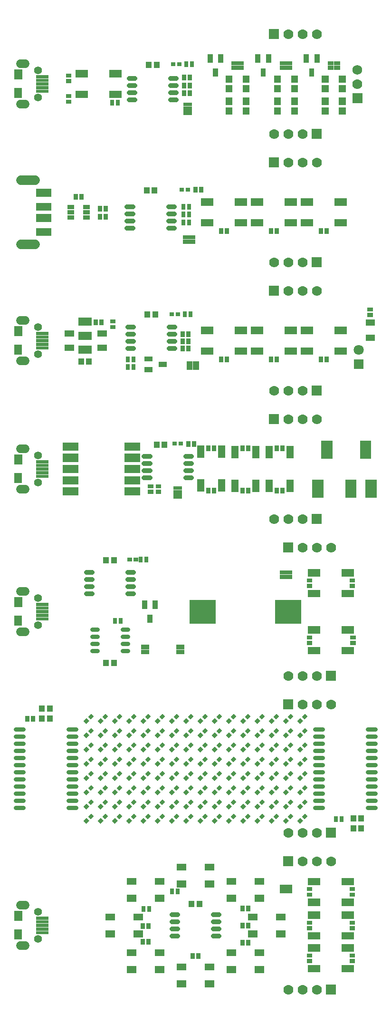
<source format=gts>
G04 Layer: TopSolderMaskLayer*
G04 EasyEDA v6.4.17, 2021-03-02T21:30:00+01:00*
G04 52dc7113b7e944b1bde967162dfd0e84,9c416354eb984020824aaf9c885bead6,10*
G04 Gerber Generator version 0.2*
G04 Scale: 100 percent, Rotated: No, Reflected: No *
G04 Dimensions in inches *
G04 leading zeros omitted , absolute positions ,3 integer and 6 decimal *
%FSLAX36Y36*%
%MOIN*%

%ADD60C,0.0336*%
%ADD61C,0.0316*%
%ADD62C,0.0592*%
%ADD63C,0.0671*%
%ADD74C,0.0700*%
%ADD75C,0.0680*%
%ADD90C,0.0552*%
%ADD91R,0.0710X0.0710*%
%ADD92C,0.0710*%

%LPD*%
D60*
X1125001Y990000D02*
G01*
X1166338Y990000D01*
X1125001Y1040000D02*
G01*
X1166338Y1040000D01*
X1125001Y1090000D02*
G01*
X1166338Y1090000D01*
X1125001Y1140000D02*
G01*
X1166338Y1140000D01*
X833661Y990000D02*
G01*
X874998Y990000D01*
X833661Y1040000D02*
G01*
X874998Y1040000D01*
X833661Y1090000D02*
G01*
X874998Y1090000D01*
X833661Y1140000D02*
G01*
X874998Y1140000D01*
X1110001Y90000D02*
G01*
X1151338Y90000D01*
X1110001Y140000D02*
G01*
X1151338Y140000D01*
X1110001Y190000D02*
G01*
X1151338Y190000D01*
X1110001Y240000D02*
G01*
X1151338Y240000D01*
X818661Y90000D02*
G01*
X859998Y90000D01*
X818661Y140000D02*
G01*
X859998Y140000D01*
X818661Y190000D02*
G01*
X859998Y190000D01*
X818661Y240000D02*
G01*
X859998Y240000D01*
D61*
X2137401Y-3975000D02*
G01*
X2192519Y-3975000D01*
X2137401Y-3925000D02*
G01*
X2192519Y-3925000D01*
X2137401Y-3875000D02*
G01*
X2192519Y-3875000D01*
X2137401Y-3825000D02*
G01*
X2192519Y-3825000D01*
X2137401Y-3775000D02*
G01*
X2192519Y-3775000D01*
X2137401Y-3725000D02*
G01*
X2192519Y-3725000D01*
X2137401Y-3675000D02*
G01*
X2192519Y-3675000D01*
X2137401Y-3625000D02*
G01*
X2192519Y-3625000D01*
X2137401Y-3575000D02*
G01*
X2192519Y-3575000D01*
X2137401Y-3525000D02*
G01*
X2192519Y-3525000D01*
X2137401Y-3475000D02*
G01*
X2192519Y-3475000D01*
X2137401Y-3425000D02*
G01*
X2192519Y-3425000D01*
X2507480Y-3425000D02*
G01*
X2562599Y-3425000D01*
X2507480Y-3475000D02*
G01*
X2562599Y-3475000D01*
X2507480Y-3525000D02*
G01*
X2562599Y-3525000D01*
X2507480Y-3575000D02*
G01*
X2562599Y-3575000D01*
X2507480Y-3625000D02*
G01*
X2562599Y-3625000D01*
X2507480Y-3675000D02*
G01*
X2562599Y-3675000D01*
X2507480Y-3725000D02*
G01*
X2562599Y-3725000D01*
X2507480Y-3775000D02*
G01*
X2562599Y-3775000D01*
X2507480Y-3825000D02*
G01*
X2562599Y-3825000D01*
X2507480Y-3875000D02*
G01*
X2562599Y-3875000D01*
X2507480Y-3925000D02*
G01*
X2562599Y-3925000D01*
X2507480Y-3975000D02*
G01*
X2562599Y-3975000D01*
X462599Y-3425000D02*
G01*
X407480Y-3425000D01*
X462599Y-3475000D02*
G01*
X407480Y-3475000D01*
X462599Y-3525000D02*
G01*
X407480Y-3525000D01*
X462599Y-3575000D02*
G01*
X407480Y-3575000D01*
X462599Y-3625000D02*
G01*
X407480Y-3625000D01*
X462599Y-3675000D02*
G01*
X407480Y-3675000D01*
X462599Y-3725000D02*
G01*
X407480Y-3725000D01*
X462599Y-3775000D02*
G01*
X407480Y-3775000D01*
X462599Y-3825000D02*
G01*
X407480Y-3825000D01*
X462599Y-3875000D02*
G01*
X407480Y-3875000D01*
X462599Y-3925000D02*
G01*
X407480Y-3925000D01*
X462599Y-3975000D02*
G01*
X407480Y-3975000D01*
X92519Y-3975000D02*
G01*
X37400Y-3975000D01*
X92519Y-3925000D02*
G01*
X37400Y-3925000D01*
X92519Y-3875000D02*
G01*
X37400Y-3875000D01*
X92519Y-3825000D02*
G01*
X37400Y-3825000D01*
X92519Y-3775000D02*
G01*
X37400Y-3775000D01*
X92519Y-3725000D02*
G01*
X37400Y-3725000D01*
X92519Y-3675000D02*
G01*
X37400Y-3675000D01*
X92519Y-3625000D02*
G01*
X37400Y-3625000D01*
X92519Y-3575000D02*
G01*
X37400Y-3575000D01*
X92519Y-3525000D02*
G01*
X37400Y-3525000D01*
X92519Y-3475000D02*
G01*
X37400Y-3475000D01*
X92519Y-3425000D02*
G01*
X37400Y-3425000D01*
X610241Y-2725000D02*
G01*
X574020Y-2725000D01*
X610241Y-2775000D02*
G01*
X574020Y-2775000D01*
X610241Y-2825000D02*
G01*
X574020Y-2825000D01*
X610241Y-2875000D02*
G01*
X574020Y-2875000D01*
X825981Y-2725000D02*
G01*
X789759Y-2725000D01*
X825981Y-2775000D02*
G01*
X789759Y-2775000D01*
X825981Y-2825000D02*
G01*
X789759Y-2825000D01*
X825981Y-2875000D02*
G01*
X789759Y-2875000D01*
D60*
X1115001Y-755000D02*
G01*
X1156338Y-755000D01*
X1115001Y-705000D02*
G01*
X1156338Y-705000D01*
X1115001Y-655000D02*
G01*
X1156338Y-655000D01*
X1115001Y-605000D02*
G01*
X1156338Y-605000D01*
X823661Y-755000D02*
G01*
X864998Y-755000D01*
X823661Y-705000D02*
G01*
X864998Y-705000D01*
X823661Y-655000D02*
G01*
X864998Y-655000D01*
X823661Y-605000D02*
G01*
X864998Y-605000D01*
X1230001Y-1660000D02*
G01*
X1271338Y-1660000D01*
X1230001Y-1610000D02*
G01*
X1271338Y-1610000D01*
X1230001Y-1560000D02*
G01*
X1271338Y-1560000D01*
X1230001Y-1510000D02*
G01*
X1271338Y-1510000D01*
X938661Y-1660000D02*
G01*
X979998Y-1660000D01*
X938661Y-1610000D02*
G01*
X979998Y-1610000D01*
X938661Y-1560000D02*
G01*
X979998Y-1560000D01*
X938661Y-1510000D02*
G01*
X979998Y-1510000D01*
X1425001Y-4875000D02*
G01*
X1466338Y-4875000D01*
X1425001Y-4825000D02*
G01*
X1466338Y-4825000D01*
X1425001Y-4775000D02*
G01*
X1466338Y-4775000D01*
X1425001Y-4725000D02*
G01*
X1466338Y-4725000D01*
X1133661Y-4875000D02*
G01*
X1174998Y-4875000D01*
X1133661Y-4825000D02*
G01*
X1174998Y-4825000D01*
X1133661Y-4775000D02*
G01*
X1174998Y-4775000D01*
X1133661Y-4725000D02*
G01*
X1174998Y-4725000D01*
X825001Y-2475000D02*
G01*
X866338Y-2475000D01*
X825001Y-2425000D02*
G01*
X866338Y-2425000D01*
X825001Y-2375000D02*
G01*
X866338Y-2375000D01*
X825001Y-2325000D02*
G01*
X866338Y-2325000D01*
X533661Y-2475000D02*
G01*
X574998Y-2475000D01*
X533661Y-2425000D02*
G01*
X574998Y-2425000D01*
X533661Y-2375000D02*
G01*
X574998Y-2375000D01*
X533661Y-2325000D02*
G01*
X574998Y-2325000D01*
D62*
X105407Y957500D02*
G01*
X69974Y957500D01*
X105407Y1242500D02*
G01*
X69974Y1242500D01*
X105407Y-842500D02*
G01*
X69974Y-842500D01*
X105407Y-557500D02*
G01*
X69974Y-557500D01*
X105407Y-1742500D02*
G01*
X69974Y-1742500D01*
X105407Y-1457500D02*
G01*
X69974Y-1457500D01*
X105407Y-4942500D02*
G01*
X69974Y-4942500D01*
X105407Y-4657500D02*
G01*
X69974Y-4657500D01*
X105407Y-2742500D02*
G01*
X69974Y-2742500D01*
X105407Y-2457500D02*
G01*
X69974Y-2457500D01*
D63*
X174092Y424400D02*
G01*
X75668Y424400D01*
X174092Y-24409D02*
G01*
X75668Y-24409D01*
G36*
X655799Y205300D02*
G01*
X655799Y244699D01*
X683499Y244699D01*
X683499Y205300D01*
G37*
G36*
X616500Y205300D02*
G01*
X616500Y244699D01*
X644200Y244699D01*
X644200Y205300D01*
G37*
G36*
X655900Y150199D02*
G01*
X655900Y189699D01*
X683600Y189699D01*
X683600Y150199D01*
G37*
G36*
X616500Y150199D02*
G01*
X616500Y189699D01*
X644200Y189699D01*
X644200Y150199D01*
G37*
G36*
X1240799Y220300D02*
G01*
X1240799Y259699D01*
X1268500Y259699D01*
X1268500Y220300D01*
G37*
G36*
X1201499Y220300D02*
G01*
X1201499Y259699D01*
X1229200Y259699D01*
X1229200Y220300D01*
G37*
G36*
X1240900Y165199D02*
G01*
X1240900Y204699D01*
X1268599Y204699D01*
X1268599Y165199D01*
G37*
G36*
X1201499Y165199D02*
G01*
X1201499Y204699D01*
X1229200Y204699D01*
X1229200Y165199D01*
G37*
G36*
X1240799Y110300D02*
G01*
X1240799Y149699D01*
X1268500Y149699D01*
X1268500Y110300D01*
G37*
G36*
X1201499Y110300D02*
G01*
X1201499Y149699D01*
X1229200Y149699D01*
X1229200Y110300D01*
G37*
G36*
X390300Y961500D02*
G01*
X390300Y989099D01*
X429800Y989099D01*
X429800Y961500D01*
G37*
G36*
X390300Y1000799D02*
G01*
X390300Y1028499D01*
X429800Y1028499D01*
X429800Y1000799D01*
G37*
G36*
X1245799Y1125300D02*
G01*
X1245799Y1164699D01*
X1273500Y1164699D01*
X1273500Y1125300D01*
G37*
G36*
X1206499Y1125300D02*
G01*
X1206499Y1164699D01*
X1234200Y1164699D01*
X1234200Y1125300D01*
G37*
G36*
X1245900Y1070199D02*
G01*
X1245900Y1109699D01*
X1273599Y1109699D01*
X1273599Y1070199D01*
G37*
G36*
X1206499Y1070199D02*
G01*
X1206499Y1109699D01*
X1234200Y1109699D01*
X1234200Y1070199D01*
G37*
G36*
X1245799Y1015300D02*
G01*
X1245799Y1054699D01*
X1273500Y1054699D01*
X1273500Y1015300D01*
G37*
G36*
X1206499Y1015300D02*
G01*
X1206499Y1054699D01*
X1234200Y1054699D01*
X1234200Y1015300D01*
G37*
G36*
X740799Y950300D02*
G01*
X740799Y989699D01*
X768500Y989699D01*
X768500Y950300D01*
G37*
G36*
X701500Y950300D02*
G01*
X701500Y989699D01*
X729200Y989699D01*
X729200Y950300D01*
G37*
G36*
X850799Y-904699D02*
G01*
X850799Y-865300D01*
X878500Y-865300D01*
X878500Y-904699D01*
G37*
G36*
X811499Y-904699D02*
G01*
X811499Y-865300D01*
X839200Y-865300D01*
X839200Y-904699D01*
G37*
G36*
X2505299Y-494200D02*
G01*
X2505299Y-466500D01*
X2544700Y-466500D01*
X2544700Y-494200D01*
G37*
G36*
X2505299Y-533499D02*
G01*
X2505299Y-505799D01*
X2544700Y-505799D01*
X2544700Y-533499D01*
G37*
G36*
X586500Y-589800D02*
G01*
X586500Y-550300D01*
X614200Y-550300D01*
X614200Y-589800D01*
G37*
G36*
X625900Y-589800D02*
G01*
X625900Y-550300D01*
X653600Y-550300D01*
X653600Y-589800D01*
G37*
G36*
X1235900Y-674800D02*
G01*
X1235900Y-635300D01*
X1263599Y-635300D01*
X1263599Y-674800D01*
G37*
G36*
X1196499Y-674800D02*
G01*
X1196499Y-635300D01*
X1224200Y-635300D01*
X1224200Y-674800D01*
G37*
G36*
X1235900Y-724800D02*
G01*
X1235900Y-685300D01*
X1263599Y-685300D01*
X1263599Y-724800D01*
G37*
G36*
X1196499Y-724800D02*
G01*
X1196499Y-685300D01*
X1224200Y-685300D01*
X1224200Y-724800D01*
G37*
G36*
X1235900Y-774800D02*
G01*
X1235900Y-735300D01*
X1263599Y-735300D01*
X1263599Y-774800D01*
G37*
G36*
X1196499Y-774800D02*
G01*
X1196499Y-735300D01*
X1224200Y-735300D01*
X1224200Y-774800D01*
G37*
G36*
X811499Y-849699D02*
G01*
X811499Y-810300D01*
X839200Y-810300D01*
X839200Y-849699D01*
G37*
G36*
X850799Y-849699D02*
G01*
X850799Y-810300D01*
X878500Y-810300D01*
X878500Y-849699D01*
G37*
G36*
X1020299Y-1773499D02*
G01*
X1020299Y-1745900D01*
X1059799Y-1745900D01*
X1059799Y-1773499D01*
G37*
G36*
X1020299Y-1734200D02*
G01*
X1020299Y-1706500D01*
X1059799Y-1706500D01*
X1059799Y-1734200D01*
G37*
G36*
X965299Y-1773499D02*
G01*
X965299Y-1745799D01*
X1004700Y-1745799D01*
X1004700Y-1773499D01*
G37*
G36*
X965299Y-1734200D02*
G01*
X965299Y-1706500D01*
X1004700Y-1706500D01*
X1004700Y-1734200D01*
G37*
G36*
X1376499Y-1474699D02*
G01*
X1376499Y-1435300D01*
X1404200Y-1435300D01*
X1404200Y-1474699D01*
G37*
G36*
X1415799Y-1474699D02*
G01*
X1415799Y-1435300D01*
X1443500Y-1435300D01*
X1443500Y-1474699D01*
G37*
G36*
X1616499Y-1474699D02*
G01*
X1616499Y-1435300D01*
X1644200Y-1435300D01*
X1644200Y-1474699D01*
G37*
G36*
X1655799Y-1474699D02*
G01*
X1655799Y-1435300D01*
X1683500Y-1435300D01*
X1683500Y-1474699D01*
G37*
G36*
X1856499Y-1474699D02*
G01*
X1856499Y-1435300D01*
X1884200Y-1435300D01*
X1884200Y-1474699D01*
G37*
G36*
X1895799Y-1474699D02*
G01*
X1895799Y-1435300D01*
X1923500Y-1435300D01*
X1923500Y-1474699D01*
G37*
G36*
X2080299Y-4559200D02*
G01*
X2080299Y-4531500D01*
X2119700Y-4531500D01*
X2119700Y-4559200D01*
G37*
G36*
X2080299Y-4598499D02*
G01*
X2080299Y-4570799D01*
X2119700Y-4570799D01*
X2119700Y-4598499D01*
G37*
G36*
X2080299Y-4794200D02*
G01*
X2080299Y-4766500D01*
X2119700Y-4766500D01*
X2119700Y-4794200D01*
G37*
G36*
X2080299Y-4833499D02*
G01*
X2080299Y-4805799D01*
X2119700Y-4805799D01*
X2119700Y-4833499D01*
G37*
G36*
X2080299Y-5024200D02*
G01*
X2080299Y-4996500D01*
X2119700Y-4996500D01*
X2119700Y-5024200D01*
G37*
G36*
X2080299Y-5063499D02*
G01*
X2080299Y-5035799D01*
X2119700Y-5035799D01*
X2119700Y-5063499D01*
G37*
G36*
X2080299Y-2794200D02*
G01*
X2080299Y-2766500D01*
X2119700Y-2766500D01*
X2119700Y-2794200D01*
G37*
G36*
X2080299Y-2833499D02*
G01*
X2080299Y-2805799D01*
X2119700Y-2805799D01*
X2119700Y-2833499D01*
G37*
G36*
X2080299Y-2394200D02*
G01*
X2080299Y-2366500D01*
X2119700Y-2366500D01*
X2119700Y-2394200D01*
G37*
G36*
X2080299Y-2433499D02*
G01*
X2080299Y-2405799D01*
X2119700Y-2405799D01*
X2119700Y-2433499D01*
G37*
G36*
X760799Y-2684699D02*
G01*
X760799Y-2645300D01*
X788500Y-2645300D01*
X788500Y-2684699D01*
G37*
G36*
X721500Y-2684699D02*
G01*
X721500Y-2645300D01*
X749200Y-2645300D01*
X749200Y-2684699D01*
G37*
G36*
X145799Y-3369699D02*
G01*
X145799Y-3330300D01*
X173499Y-3330300D01*
X173499Y-3369699D01*
G37*
G36*
X106500Y-3369699D02*
G01*
X106500Y-3330300D01*
X134200Y-3330300D01*
X134200Y-3369699D01*
G37*
G36*
X2310799Y-4074699D02*
G01*
X2310799Y-4035300D01*
X2338500Y-4035300D01*
X2338500Y-4074699D01*
G37*
G36*
X2271499Y-4074699D02*
G01*
X2271499Y-4035300D01*
X2299200Y-4035300D01*
X2299200Y-4074699D01*
G37*
G36*
X1286499Y340300D02*
G01*
X1286499Y379699D01*
X1314200Y379699D01*
X1314200Y340300D01*
G37*
G36*
X1325799Y340300D02*
G01*
X1325799Y379699D01*
X1353500Y379699D01*
X1353500Y340300D01*
G37*
G36*
X1221499Y1220300D02*
G01*
X1221499Y1259699D01*
X1249200Y1259699D01*
X1249200Y1220300D01*
G37*
G36*
X1260799Y1220300D02*
G01*
X1260799Y1259699D01*
X1288500Y1259699D01*
X1288500Y1220300D01*
G37*
G36*
X1211400Y-534800D02*
G01*
X1211400Y-495300D01*
X1239099Y-495300D01*
X1239099Y-534800D01*
G37*
G36*
X1250799Y-534800D02*
G01*
X1250799Y-495300D01*
X1278500Y-495300D01*
X1278500Y-534800D01*
G37*
G36*
X1236499Y-1444699D02*
G01*
X1236499Y-1405300D01*
X1264200Y-1405300D01*
X1264200Y-1444699D01*
G37*
G36*
X1275799Y-1444699D02*
G01*
X1275799Y-1405300D01*
X1303500Y-1405300D01*
X1303500Y-1444699D01*
G37*
G36*
X901499Y-2254699D02*
G01*
X901499Y-2215200D01*
X929200Y-2215200D01*
X929200Y-2254699D01*
G37*
G36*
X940900Y-2254699D02*
G01*
X940900Y-2215200D01*
X968599Y-2215200D01*
X968599Y-2254699D01*
G37*
G36*
X202699Y-3301700D02*
G01*
X202699Y-3258299D01*
X242199Y-3258299D01*
X242199Y-3301700D01*
G37*
G36*
X257800Y-3301700D02*
G01*
X257800Y-3258299D01*
X297300Y-3258299D01*
X297300Y-3301700D01*
G37*
G36*
X2442799Y-4141700D02*
G01*
X2442799Y-4098299D01*
X2482299Y-4098299D01*
X2482299Y-4141700D01*
G37*
G36*
X2387700Y-4141700D02*
G01*
X2387700Y-4098299D01*
X2427200Y-4098299D01*
X2427200Y-4141700D01*
G37*
G36*
X2324700Y-4898499D02*
G01*
X2324700Y-4847199D01*
X2411499Y-4847199D01*
X2411499Y-4898499D01*
G37*
G36*
X2088500Y-4898499D02*
G01*
X2088500Y-4847199D01*
X2175299Y-4847199D01*
X2175299Y-4898499D01*
G37*
G36*
X2324700Y-4752800D02*
G01*
X2324700Y-4701500D01*
X2411499Y-4701500D01*
X2411499Y-4752800D01*
G37*
G36*
X2088500Y-4752800D02*
G01*
X2088500Y-4701500D01*
X2175299Y-4701500D01*
X2175299Y-4752800D01*
G37*
G36*
X2038500Y247100D02*
G01*
X2038500Y298400D01*
X2125299Y298400D01*
X2125299Y247100D01*
G37*
G36*
X2274700Y247100D02*
G01*
X2274700Y298400D01*
X2361499Y298400D01*
X2361499Y247100D01*
G37*
G36*
X2038500Y101500D02*
G01*
X2038500Y152800D01*
X2125299Y152800D01*
X2125299Y101500D01*
G37*
G36*
X2274700Y101500D02*
G01*
X2274700Y152800D01*
X2361499Y152800D01*
X2361499Y101500D01*
G37*
G36*
X1688500Y247100D02*
G01*
X1688500Y298400D01*
X1775299Y298400D01*
X1775299Y247100D01*
G37*
G36*
X1924700Y247100D02*
G01*
X1924700Y298400D01*
X2011499Y298400D01*
X2011499Y247100D01*
G37*
G36*
X1688500Y101500D02*
G01*
X1688500Y152800D01*
X1775299Y152800D01*
X1775299Y101500D01*
G37*
G36*
X1924700Y101500D02*
G01*
X1924700Y152800D01*
X2011499Y152800D01*
X2011499Y101500D01*
G37*
G36*
X1338500Y247100D02*
G01*
X1338500Y298400D01*
X1425299Y298400D01*
X1425299Y247100D01*
G37*
G36*
X1574700Y247100D02*
G01*
X1574700Y298400D01*
X1661499Y298400D01*
X1661499Y247100D01*
G37*
G36*
X1338500Y101500D02*
G01*
X1338500Y152800D01*
X1425299Y152800D01*
X1425299Y101500D01*
G37*
G36*
X1574700Y101500D02*
G01*
X1574700Y152800D01*
X1661499Y152800D01*
X1661499Y101500D01*
G37*
G36*
X694699Y1001500D02*
G01*
X694699Y1052800D01*
X781499Y1052800D01*
X781499Y1001500D01*
G37*
G36*
X458499Y1001500D02*
G01*
X458499Y1052800D01*
X545199Y1052800D01*
X545199Y1001500D01*
G37*
G36*
X694699Y1147100D02*
G01*
X694699Y1198400D01*
X781499Y1198400D01*
X781499Y1147100D01*
G37*
G36*
X458499Y1147100D02*
G01*
X458499Y1198400D01*
X545199Y1198400D01*
X545199Y1147100D01*
G37*
G36*
X1338500Y-652899D02*
G01*
X1338500Y-601599D01*
X1425299Y-601599D01*
X1425299Y-652899D01*
G37*
G36*
X1574700Y-652899D02*
G01*
X1574700Y-601599D01*
X1661499Y-601599D01*
X1661499Y-652899D01*
G37*
G36*
X1338500Y-798499D02*
G01*
X1338500Y-747199D01*
X1425299Y-747199D01*
X1425299Y-798499D01*
G37*
G36*
X1574700Y-798499D02*
G01*
X1574700Y-747199D01*
X1661499Y-747199D01*
X1661499Y-798499D01*
G37*
G36*
X1688500Y-652899D02*
G01*
X1688500Y-601599D01*
X1775299Y-601599D01*
X1775299Y-652899D01*
G37*
G36*
X1924700Y-652899D02*
G01*
X1924700Y-601599D01*
X2011499Y-601599D01*
X2011499Y-652899D01*
G37*
G36*
X1688500Y-798499D02*
G01*
X1688500Y-747199D01*
X1775299Y-747199D01*
X1775299Y-798499D01*
G37*
G36*
X1924700Y-798499D02*
G01*
X1924700Y-747199D01*
X2011499Y-747199D01*
X2011499Y-798499D01*
G37*
G36*
X2038500Y-652899D02*
G01*
X2038500Y-601599D01*
X2125299Y-601599D01*
X2125299Y-652899D01*
G37*
G36*
X2274700Y-652899D02*
G01*
X2274700Y-601599D01*
X2361499Y-601599D01*
X2361499Y-652899D01*
G37*
G36*
X2038500Y-798499D02*
G01*
X2038500Y-747199D01*
X2125299Y-747199D01*
X2125299Y-798499D01*
G37*
G36*
X2274700Y-798499D02*
G01*
X2274700Y-747199D01*
X2361499Y-747199D01*
X2361499Y-798499D01*
G37*
G36*
X1697200Y-1525300D02*
G01*
X1697200Y-1438600D01*
X1748500Y-1438600D01*
X1748500Y-1525300D01*
G37*
G36*
X1697200Y-1761500D02*
G01*
X1697200Y-1674800D01*
X1748500Y-1674800D01*
X1748500Y-1761500D01*
G37*
G36*
X1551499Y-1525300D02*
G01*
X1551499Y-1438600D01*
X1602799Y-1438600D01*
X1602799Y-1525300D01*
G37*
G36*
X1551499Y-1761500D02*
G01*
X1551499Y-1674800D01*
X1602799Y-1674800D01*
X1602799Y-1761500D01*
G37*
G36*
X2226599Y1199400D02*
G01*
X2226599Y1229099D01*
X2250399Y1229099D01*
X2250399Y1199400D01*
G37*
G36*
X2289600Y1230900D02*
G01*
X2289600Y1260599D01*
X2313400Y1260599D01*
X2313400Y1230900D01*
G37*
G36*
X2289600Y1199400D02*
G01*
X2289600Y1229099D01*
X2313400Y1229099D01*
X2313400Y1199400D01*
G37*
G36*
X2251199Y1230900D02*
G01*
X2251199Y1260599D01*
X2269099Y1260599D01*
X2269099Y1230900D01*
G37*
G36*
X2251199Y1199400D02*
G01*
X2251199Y1229099D01*
X2269099Y1229099D01*
X2269099Y1199400D01*
G37*
G36*
X2270900Y1230900D02*
G01*
X2270900Y1260599D01*
X2288800Y1260599D01*
X2288800Y1230900D01*
G37*
G36*
X2270900Y1199400D02*
G01*
X2270900Y1229099D01*
X2288800Y1229099D01*
X2288800Y1199400D01*
G37*
G36*
X2226599Y1230900D02*
G01*
X2226599Y1260599D01*
X2250399Y1260599D01*
X2250399Y1230900D01*
G37*
G36*
X1794600Y1250599D02*
G01*
X1794600Y1307800D01*
X1830200Y1307800D01*
X1830200Y1250599D01*
G37*
G36*
X1719799Y1250599D02*
G01*
X1719799Y1307800D01*
X1755399Y1307800D01*
X1755399Y1250599D01*
G37*
G36*
X1757200Y1152199D02*
G01*
X1757200Y1209400D01*
X1792799Y1209400D01*
X1792799Y1152199D01*
G37*
G36*
X2306499Y1108000D02*
G01*
X2306499Y1159000D01*
X2353500Y1159000D01*
X2353500Y1108000D01*
G37*
G36*
X2306499Y1040999D02*
G01*
X2306499Y1091999D01*
X2353500Y1091999D01*
X2353500Y1040999D01*
G37*
G36*
X1459600Y1250599D02*
G01*
X1459600Y1307800D01*
X1495200Y1307800D01*
X1495200Y1250599D01*
G37*
G36*
X1384799Y1250599D02*
G01*
X1384799Y1307800D01*
X1420399Y1307800D01*
X1420399Y1250599D01*
G37*
G36*
X1422200Y1152199D02*
G01*
X1422200Y1209400D01*
X1457799Y1209400D01*
X1457799Y1152199D01*
G37*
G36*
X2134600Y1250599D02*
G01*
X2134600Y1307800D01*
X2170200Y1307800D01*
X2170200Y1250599D01*
G37*
G36*
X2059799Y1250599D02*
G01*
X2059799Y1307800D01*
X2095399Y1307800D01*
X2095399Y1250599D01*
G37*
G36*
X2097200Y1152199D02*
G01*
X2097200Y1209400D01*
X2132799Y1209400D01*
X2132799Y1152199D01*
G37*
G36*
X2306499Y885999D02*
G01*
X2306499Y936999D01*
X2353500Y936999D01*
X2353500Y885999D01*
G37*
G36*
X2306499Y953000D02*
G01*
X2306499Y1004000D01*
X2353500Y1004000D01*
X2353500Y953000D01*
G37*
G36*
X2186499Y885999D02*
G01*
X2186499Y936999D01*
X2233500Y936999D01*
X2233500Y885999D01*
G37*
G36*
X2186499Y953000D02*
G01*
X2186499Y1004000D01*
X2233500Y1004000D01*
X2233500Y953000D01*
G37*
G36*
X2186499Y1108000D02*
G01*
X2186499Y1159000D01*
X2233500Y1159000D01*
X2233500Y1108000D01*
G37*
G36*
X2186499Y1040999D02*
G01*
X2186499Y1091999D01*
X2233500Y1091999D01*
X2233500Y1040999D01*
G37*
G36*
X1631499Y1108000D02*
G01*
X1631499Y1159000D01*
X1678500Y1159000D01*
X1678500Y1108000D01*
G37*
G36*
X1631499Y1040999D02*
G01*
X1631499Y1091999D01*
X1678500Y1091999D01*
X1678500Y1040999D01*
G37*
G36*
X1631499Y885999D02*
G01*
X1631499Y936999D01*
X1678500Y936999D01*
X1678500Y885999D01*
G37*
G36*
X1631499Y953000D02*
G01*
X1631499Y1004000D01*
X1678500Y1004000D01*
X1678500Y953000D01*
G37*
G36*
X1511499Y885999D02*
G01*
X1511499Y936999D01*
X1558500Y936999D01*
X1558500Y885999D01*
G37*
G36*
X1511499Y953000D02*
G01*
X1511499Y1004000D01*
X1558500Y1004000D01*
X1558500Y953000D01*
G37*
G36*
X1511499Y1108000D02*
G01*
X1511499Y1159000D01*
X1558500Y1159000D01*
X1558500Y1108000D01*
G37*
G36*
X1511499Y1040999D02*
G01*
X1511499Y1091999D01*
X1558500Y1091999D01*
X1558500Y1040999D01*
G37*
G36*
X2400000Y965000D02*
G01*
X2400000Y1035000D01*
X2470000Y1035000D01*
X2470000Y965000D01*
G37*
D74*
G01*
X2435000Y1100000D03*
D75*
G01*
X2435000Y1200000D03*
G36*
X1971499Y1108000D02*
G01*
X1971499Y1159000D01*
X2018500Y1159000D01*
X2018500Y1108000D01*
G37*
G36*
X1971499Y1040999D02*
G01*
X1971499Y1091999D01*
X2018500Y1091999D01*
X2018500Y1040999D01*
G37*
G36*
X1971499Y885999D02*
G01*
X1971499Y936999D01*
X2018500Y936999D01*
X2018500Y885999D01*
G37*
G36*
X1971499Y953000D02*
G01*
X1971499Y1004000D01*
X2018500Y1004000D01*
X2018500Y953000D01*
G37*
G36*
X1851499Y885999D02*
G01*
X1851499Y936999D01*
X1898500Y936999D01*
X1898500Y885999D01*
G37*
G36*
X1851499Y953000D02*
G01*
X1851499Y1004000D01*
X1898500Y1004000D01*
X1898500Y953000D01*
G37*
G36*
X1851499Y1108000D02*
G01*
X1851499Y1159000D01*
X1898500Y1159000D01*
X1898500Y1108000D01*
G37*
G36*
X1851499Y1040999D02*
G01*
X1851499Y1091999D01*
X1898500Y1091999D01*
X1898500Y1040999D01*
G37*
G36*
X401199Y147800D02*
G01*
X401199Y177399D01*
X448600Y177399D01*
X448600Y147800D01*
G37*
G36*
X401199Y185199D02*
G01*
X401199Y214800D01*
X448600Y214800D01*
X448600Y185199D01*
G37*
G36*
X401199Y222600D02*
G01*
X401199Y252199D01*
X448600Y252199D01*
X448600Y222600D01*
G37*
G36*
X511399Y222600D02*
G01*
X511399Y252199D01*
X558800Y252199D01*
X558800Y222600D01*
G37*
G36*
X511399Y185199D02*
G01*
X511399Y214800D01*
X558800Y214800D01*
X558800Y185199D01*
G37*
G36*
X511399Y147800D02*
G01*
X511399Y177399D01*
X558800Y177399D01*
X558800Y147800D01*
G37*
G36*
X380300Y-671700D02*
G01*
X380300Y-628299D01*
X447399Y-628299D01*
X447399Y-671700D01*
G37*
G36*
X380300Y-771700D02*
G01*
X380300Y-728299D01*
X447399Y-728299D01*
X447399Y-771700D01*
G37*
G36*
X612600Y-771700D02*
G01*
X612600Y-728299D01*
X679699Y-728299D01*
X679699Y-771700D01*
G37*
G36*
X612600Y-671700D02*
G01*
X612600Y-628299D01*
X679699Y-628299D01*
X679699Y-671700D01*
G37*
G36*
X942200Y-845399D02*
G01*
X942200Y-809800D01*
X999399Y-809800D01*
X999399Y-845399D01*
G37*
G36*
X942200Y-920199D02*
G01*
X942200Y-884600D01*
X999399Y-884600D01*
X999399Y-920199D01*
G37*
G36*
X1040600Y-882800D02*
G01*
X1040600Y-847199D01*
X1097799Y-847199D01*
X1097799Y-882800D01*
G37*
G36*
X937700Y333299D02*
G01*
X937700Y376700D01*
X977200Y376700D01*
X977200Y333299D01*
G37*
G36*
X992799Y333299D02*
G01*
X992799Y376700D01*
X1032299Y376700D01*
X1032299Y333299D01*
G37*
G36*
X2492600Y-1800000D02*
G01*
X2492600Y-1673899D01*
X2571400Y-1673899D01*
X2571400Y-1800000D01*
G37*
G36*
X2350799Y-1800000D02*
G01*
X2350799Y-1673899D01*
X2429700Y-1673899D01*
X2429700Y-1800000D01*
G37*
G36*
X2453199Y-1526100D02*
G01*
X2453199Y-1400000D01*
X2532100Y-1400000D01*
X2532100Y-1526100D01*
G37*
G36*
X2118599Y-1800000D02*
G01*
X2118599Y-1673899D01*
X2197399Y-1673899D01*
X2197399Y-1800000D01*
G37*
G36*
X2181599Y-1526100D02*
G01*
X2181599Y-1400000D01*
X2260399Y-1400000D01*
X2260399Y-1526100D01*
G37*
G36*
X1187500Y346199D02*
G01*
X1187500Y373800D01*
X1219200Y373800D01*
X1219200Y346199D01*
G37*
G36*
X1230799Y346199D02*
G01*
X1230799Y373800D01*
X1262500Y373800D01*
X1262500Y346199D01*
G37*
G36*
X1211599Y-20599D02*
G01*
X1211599Y9099D01*
X1235399Y9099D01*
X1235399Y-20599D01*
G37*
G36*
X1274600Y10900D02*
G01*
X1274600Y40599D01*
X1298400Y40599D01*
X1298400Y10900D01*
G37*
G36*
X1274600Y-20599D02*
G01*
X1274600Y9099D01*
X1298400Y9099D01*
X1298400Y-20599D01*
G37*
G36*
X1236199Y10900D02*
G01*
X1236199Y40599D01*
X1254099Y40599D01*
X1254099Y10900D01*
G37*
G36*
X1236199Y-20599D02*
G01*
X1236199Y9099D01*
X1254099Y9099D01*
X1254099Y-20599D01*
G37*
G36*
X1255900Y10900D02*
G01*
X1255900Y40599D01*
X1273800Y40599D01*
X1273800Y10900D01*
G37*
G36*
X1255900Y-20599D02*
G01*
X1255900Y9099D01*
X1273800Y9099D01*
X1273800Y-20599D01*
G37*
G36*
X1211599Y10900D02*
G01*
X1211599Y40599D01*
X1235399Y40599D01*
X1235399Y10900D01*
G37*
G36*
X1127500Y1226199D02*
G01*
X1127500Y1253800D01*
X1159200Y1253800D01*
X1159200Y1226199D01*
G37*
G36*
X1170799Y1226199D02*
G01*
X1170799Y1253800D01*
X1202500Y1253800D01*
X1202500Y1226199D01*
G37*
G36*
X999600Y-2579400D02*
G01*
X999600Y-2522199D01*
X1035200Y-2522199D01*
X1035200Y-2579400D01*
G37*
G36*
X924799Y-2579400D02*
G01*
X924799Y-2522199D01*
X960399Y-2522199D01*
X960399Y-2579400D01*
G37*
G36*
X962200Y-2677800D02*
G01*
X962200Y-2620599D01*
X997799Y-2620599D01*
X997799Y-2677800D01*
G37*
G36*
X707800Y-2981700D02*
G01*
X707800Y-2938299D01*
X747300Y-2938299D01*
X747300Y-2981700D01*
G37*
G36*
X652699Y-2981700D02*
G01*
X652699Y-2938299D01*
X692199Y-2938299D01*
X692199Y-2981700D01*
G37*
G36*
X2324700Y-2898499D02*
G01*
X2324700Y-2847199D01*
X2411499Y-2847199D01*
X2411499Y-2898499D01*
G37*
G36*
X2088500Y-2898499D02*
G01*
X2088500Y-2847199D01*
X2175299Y-2847199D01*
X2175299Y-2898499D01*
G37*
G36*
X2324700Y-2752800D02*
G01*
X2324700Y-2701500D01*
X2411499Y-2701500D01*
X2411499Y-2752800D01*
G37*
G36*
X2088500Y-2752800D02*
G01*
X2088500Y-2701500D01*
X2175299Y-2701500D01*
X2175299Y-2752800D01*
G37*
G36*
X1857399Y-2682700D02*
G01*
X1857399Y-2517300D01*
X2042600Y-2517300D01*
X2042600Y-2682700D01*
G37*
G36*
X1257399Y-2682700D02*
G01*
X1257399Y-2517300D01*
X1442600Y-2517300D01*
X1442600Y-2682700D01*
G37*
G36*
X918400Y-2863099D02*
G01*
X918400Y-2831500D01*
X973599Y-2831500D01*
X973599Y-2863099D01*
G37*
G36*
X1166400Y-2863099D02*
G01*
X1166400Y-2831500D01*
X1221599Y-2831500D01*
X1221599Y-2863099D01*
G37*
G36*
X1166400Y-2898499D02*
G01*
X1166400Y-2866900D01*
X1221599Y-2866900D01*
X1221599Y-2898499D01*
G37*
G36*
X918400Y-2898499D02*
G01*
X918400Y-2866900D01*
X973599Y-2866900D01*
X973599Y-2898499D01*
G37*
G36*
X1963900Y-4055700D02*
G01*
X1944300Y-4036100D01*
X1966700Y-4013699D01*
X1986300Y-4033299D01*
G37*
G36*
X1933299Y-4086300D02*
G01*
X1913699Y-4066700D01*
X1936099Y-4044299D01*
X1955699Y-4063899D01*
G37*
G36*
X952700Y1213299D02*
G01*
X952700Y1256700D01*
X992200Y1256700D01*
X992200Y1213299D01*
G37*
G36*
X1007799Y1213299D02*
G01*
X1007799Y1256700D01*
X1047299Y1256700D01*
X1047299Y1213299D01*
G37*
G36*
X477699Y-866700D02*
G01*
X477699Y-823299D01*
X517199Y-823299D01*
X517199Y-866700D01*
G37*
G36*
X532800Y-866700D02*
G01*
X532800Y-823299D01*
X572300Y-823299D01*
X572300Y-866700D01*
G37*
G36*
X942700Y-536700D02*
G01*
X942700Y-493299D01*
X982200Y-493299D01*
X982200Y-536700D01*
G37*
G36*
X997799Y-536700D02*
G01*
X997799Y-493299D01*
X1037299Y-493299D01*
X1037299Y-536700D01*
G37*
G36*
X1007700Y-1451700D02*
G01*
X1007700Y-1408299D01*
X1047200Y-1408299D01*
X1047200Y-1451700D01*
G37*
G36*
X1062799Y-1451700D02*
G01*
X1062799Y-1408299D01*
X1102299Y-1408299D01*
X1102299Y-1451700D01*
G37*
G36*
X1252700Y-4671700D02*
G01*
X1252700Y-4628299D01*
X1292200Y-4628299D01*
X1292200Y-4671700D01*
G37*
G36*
X1307799Y-4671700D02*
G01*
X1307799Y-4628299D01*
X1347299Y-4628299D01*
X1347299Y-4671700D01*
G37*
G36*
X652699Y-2261700D02*
G01*
X652699Y-2218299D01*
X692199Y-2218299D01*
X692199Y-2261700D01*
G37*
G36*
X707800Y-2261700D02*
G01*
X707800Y-2218299D01*
X747300Y-2218299D01*
X747300Y-2261700D01*
G37*
G36*
X2442799Y-4071700D02*
G01*
X2442799Y-4028299D01*
X2482299Y-4028299D01*
X2482299Y-4071700D01*
G37*
G36*
X2387700Y-4071700D02*
G01*
X2387700Y-4028299D01*
X2427200Y-4028299D01*
X2427200Y-4071700D01*
G37*
G36*
X202699Y-3371700D02*
G01*
X202699Y-3328299D01*
X242199Y-3328299D01*
X242199Y-3371700D01*
G37*
G36*
X257800Y-3371700D02*
G01*
X257800Y-3328299D01*
X297300Y-3328299D01*
X297300Y-3371700D01*
G37*
G36*
X1245900Y881599D02*
G01*
X1245900Y905399D01*
X1275600Y905399D01*
X1275600Y881599D01*
G37*
G36*
X1214399Y944600D02*
G01*
X1214399Y968400D01*
X1244099Y968400D01*
X1244099Y944600D01*
G37*
G36*
X1245900Y944600D02*
G01*
X1245900Y968400D01*
X1275600Y968400D01*
X1275600Y944600D01*
G37*
G36*
X1214399Y906199D02*
G01*
X1214399Y924099D01*
X1244099Y924099D01*
X1244099Y906199D01*
G37*
G36*
X1245900Y906199D02*
G01*
X1245900Y924099D01*
X1275600Y924099D01*
X1275600Y906199D01*
G37*
G36*
X1214399Y925900D02*
G01*
X1214399Y943800D01*
X1244099Y943800D01*
X1244099Y925900D01*
G37*
G36*
X1245900Y925900D02*
G01*
X1245900Y943800D01*
X1275600Y943800D01*
X1275600Y925900D01*
G37*
G36*
X1214399Y881599D02*
G01*
X1214399Y905399D01*
X1244099Y905399D01*
X1244099Y881599D01*
G37*
G36*
X1236599Y-905599D02*
G01*
X1236599Y-875900D01*
X1260399Y-875900D01*
X1260399Y-905599D01*
G37*
G36*
X1299600Y-874099D02*
G01*
X1299600Y-844400D01*
X1323400Y-844400D01*
X1323400Y-874099D01*
G37*
G36*
X1299600Y-905599D02*
G01*
X1299600Y-875900D01*
X1323400Y-875900D01*
X1323400Y-905599D01*
G37*
G36*
X1261199Y-874099D02*
G01*
X1261199Y-844400D01*
X1279099Y-844400D01*
X1279099Y-874099D01*
G37*
G36*
X1261199Y-905599D02*
G01*
X1261199Y-875900D01*
X1279099Y-875900D01*
X1279099Y-905599D01*
G37*
G36*
X1280900Y-874099D02*
G01*
X1280900Y-844400D01*
X1298800Y-844400D01*
X1298800Y-874099D01*
G37*
G36*
X1280900Y-905599D02*
G01*
X1280900Y-875900D01*
X1298800Y-875900D01*
X1298800Y-905599D01*
G37*
G36*
X1236599Y-874099D02*
G01*
X1236599Y-844400D01*
X1260399Y-844400D01*
X1260399Y-874099D01*
G37*
G36*
X1175900Y-1808400D02*
G01*
X1175900Y-1784600D01*
X1205600Y-1784600D01*
X1205600Y-1808400D01*
G37*
G36*
X1144399Y-1745399D02*
G01*
X1144399Y-1721599D01*
X1174099Y-1721599D01*
X1174099Y-1745399D01*
G37*
G36*
X1175900Y-1745399D02*
G01*
X1175900Y-1721599D01*
X1205600Y-1721599D01*
X1205600Y-1745399D01*
G37*
G36*
X1144399Y-1783800D02*
G01*
X1144399Y-1765900D01*
X1174099Y-1765900D01*
X1174099Y-1783800D01*
G37*
G36*
X1175900Y-1783800D02*
G01*
X1175900Y-1765900D01*
X1205600Y-1765900D01*
X1205600Y-1783800D01*
G37*
G36*
X1144399Y-1764099D02*
G01*
X1144399Y-1746199D01*
X1174099Y-1746199D01*
X1174099Y-1764099D01*
G37*
G36*
X1175900Y-1764099D02*
G01*
X1175900Y-1746199D01*
X1205600Y-1746199D01*
X1205600Y-1764099D01*
G37*
G36*
X1144399Y-1808400D02*
G01*
X1144399Y-1784600D01*
X1174099Y-1784600D01*
X1174099Y-1808400D01*
G37*
G36*
X1954600Y-4544099D02*
G01*
X1954600Y-4514400D01*
X1978400Y-4514400D01*
X1978400Y-4544099D01*
G37*
G36*
X1891599Y-4575599D02*
G01*
X1891599Y-4545900D01*
X1915399Y-4545900D01*
X1915399Y-4575599D01*
G37*
G36*
X1891599Y-4544099D02*
G01*
X1891599Y-4514400D01*
X1915399Y-4514400D01*
X1915399Y-4544099D01*
G37*
G36*
X1935900Y-4575599D02*
G01*
X1935900Y-4545900D01*
X1953800Y-4545900D01*
X1953800Y-4575599D01*
G37*
G36*
X1935900Y-4544099D02*
G01*
X1935900Y-4514400D01*
X1953800Y-4514400D01*
X1953800Y-4544099D01*
G37*
G36*
X1916199Y-4575599D02*
G01*
X1916199Y-4545900D01*
X1934099Y-4545900D01*
X1934099Y-4575599D01*
G37*
G36*
X1916199Y-4544099D02*
G01*
X1916199Y-4514400D01*
X1934099Y-4514400D01*
X1934099Y-4544099D01*
G37*
G36*
X1954600Y-4575599D02*
G01*
X1954600Y-4545900D01*
X1978400Y-4545900D01*
X1978400Y-4575599D01*
G37*
G36*
X1891599Y-2370599D02*
G01*
X1891599Y-2340900D01*
X1915399Y-2340900D01*
X1915399Y-2370599D01*
G37*
G36*
X1954600Y-2339099D02*
G01*
X1954600Y-2309400D01*
X1978400Y-2309400D01*
X1978400Y-2339099D01*
G37*
G36*
X1954600Y-2370599D02*
G01*
X1954600Y-2340900D01*
X1978400Y-2340900D01*
X1978400Y-2370599D01*
G37*
G36*
X1916199Y-2339099D02*
G01*
X1916199Y-2309400D01*
X1934099Y-2309400D01*
X1934099Y-2339099D01*
G37*
G36*
X1916199Y-2370599D02*
G01*
X1916199Y-2340900D01*
X1934099Y-2340900D01*
X1934099Y-2370599D01*
G37*
G36*
X1935900Y-2339099D02*
G01*
X1935900Y-2309400D01*
X1953800Y-2309400D01*
X1953800Y-2339099D01*
G37*
G36*
X1935900Y-2370599D02*
G01*
X1935900Y-2340900D01*
X1953800Y-2340900D01*
X1953800Y-2370599D01*
G37*
G36*
X1891599Y-2339099D02*
G01*
X1891599Y-2309400D01*
X1915399Y-2309400D01*
X1915399Y-2339099D01*
G37*
G36*
X1551599Y1199400D02*
G01*
X1551599Y1229099D01*
X1575399Y1229099D01*
X1575399Y1199400D01*
G37*
G36*
X1614600Y1230900D02*
G01*
X1614600Y1260599D01*
X1638400Y1260599D01*
X1638400Y1230900D01*
G37*
G36*
X1614600Y1199400D02*
G01*
X1614600Y1229099D01*
X1638400Y1229099D01*
X1638400Y1199400D01*
G37*
G36*
X1576199Y1230900D02*
G01*
X1576199Y1260599D01*
X1594099Y1260599D01*
X1594099Y1230900D01*
G37*
G36*
X1576199Y1199400D02*
G01*
X1576199Y1229099D01*
X1594099Y1229099D01*
X1594099Y1199400D01*
G37*
G36*
X1595900Y1230900D02*
G01*
X1595900Y1260599D01*
X1613800Y1260599D01*
X1613800Y1230900D01*
G37*
G36*
X1595900Y1199400D02*
G01*
X1595900Y1229099D01*
X1613800Y1229099D01*
X1613800Y1199400D01*
G37*
G36*
X1551599Y1230900D02*
G01*
X1551599Y1260599D01*
X1575399Y1260599D01*
X1575399Y1230900D01*
G37*
G36*
X1457200Y-1520300D02*
G01*
X1457200Y-1433600D01*
X1508500Y-1433600D01*
X1508500Y-1520300D01*
G37*
G36*
X1457200Y-1756500D02*
G01*
X1457200Y-1669800D01*
X1508500Y-1669800D01*
X1508500Y-1756500D01*
G37*
G36*
X1311499Y-1520300D02*
G01*
X1311499Y-1433600D01*
X1362799Y-1433600D01*
X1362799Y-1520300D01*
G37*
G36*
X1311499Y-1756500D02*
G01*
X1311499Y-1669800D01*
X1362799Y-1669800D01*
X1362799Y-1756500D01*
G37*
G36*
X1937200Y-1525300D02*
G01*
X1937200Y-1438600D01*
X1988500Y-1438600D01*
X1988500Y-1525300D01*
G37*
G36*
X1937200Y-1761500D02*
G01*
X1937200Y-1674800D01*
X1988500Y-1674800D01*
X1988500Y-1761500D01*
G37*
G36*
X1791499Y-1525300D02*
G01*
X1791499Y-1438600D01*
X1842799Y-1438600D01*
X1842799Y-1525300D01*
G37*
G36*
X1791499Y-1761500D02*
G01*
X1791499Y-1674800D01*
X1842799Y-1674800D01*
X1842799Y-1761500D01*
G37*
G36*
X2324700Y-5128400D02*
G01*
X2324700Y-5077100D01*
X2411499Y-5077100D01*
X2411499Y-5128400D01*
G37*
G36*
X2088500Y-5128400D02*
G01*
X2088500Y-5077100D01*
X2175299Y-5077100D01*
X2175299Y-5128400D01*
G37*
G36*
X2324700Y-4982800D02*
G01*
X2324700Y-4931500D01*
X2411499Y-4931500D01*
X2411499Y-4982800D01*
G37*
G36*
X2088500Y-4982800D02*
G01*
X2088500Y-4931500D01*
X2175299Y-4931500D01*
X2175299Y-4982800D01*
G37*
G36*
X2324700Y-4663400D02*
G01*
X2324700Y-4612100D01*
X2411499Y-4612100D01*
X2411499Y-4663400D01*
G37*
G36*
X2088500Y-4663400D02*
G01*
X2088500Y-4612100D01*
X2175299Y-4612100D01*
X2175299Y-4663400D01*
G37*
G36*
X2324700Y-4517800D02*
G01*
X2324700Y-4466500D01*
X2411499Y-4466500D01*
X2411499Y-4517800D01*
G37*
G36*
X2088500Y-4517800D02*
G01*
X2088500Y-4466500D01*
X2175299Y-4466500D01*
X2175299Y-4517800D01*
G37*
G36*
X2324700Y-2498499D02*
G01*
X2324700Y-2447199D01*
X2411499Y-2447199D01*
X2411499Y-2498499D01*
G37*
G36*
X2088500Y-2498499D02*
G01*
X2088500Y-2447199D01*
X2175299Y-2447199D01*
X2175299Y-2498499D01*
G37*
G36*
X2324700Y-2352800D02*
G01*
X2324700Y-2301500D01*
X2411499Y-2301500D01*
X2411499Y-2352800D01*
G37*
G36*
X2088500Y-2352800D02*
G01*
X2088500Y-2301500D01*
X2175299Y-2301500D01*
X2175299Y-2352800D01*
G37*
G36*
X1891599Y1199400D02*
G01*
X1891599Y1229099D01*
X1915399Y1229099D01*
X1915399Y1199400D01*
G37*
G36*
X1954600Y1230900D02*
G01*
X1954600Y1260599D01*
X1978400Y1260599D01*
X1978400Y1230900D01*
G37*
G36*
X1954600Y1199400D02*
G01*
X1954600Y1229099D01*
X1978400Y1229099D01*
X1978400Y1199400D01*
G37*
G36*
X1916199Y1230900D02*
G01*
X1916199Y1260599D01*
X1934099Y1260599D01*
X1934099Y1230900D01*
G37*
G36*
X1916199Y1199400D02*
G01*
X1916199Y1229099D01*
X1934099Y1229099D01*
X1934099Y1199400D01*
G37*
G36*
X1935900Y1230900D02*
G01*
X1935900Y1260599D01*
X1953800Y1260599D01*
X1953800Y1230900D01*
G37*
G36*
X1935900Y1199400D02*
G01*
X1935900Y1229099D01*
X1953800Y1229099D01*
X1953800Y1199400D01*
G37*
G36*
X1891599Y1230900D02*
G01*
X1891599Y1260599D01*
X1915399Y1260599D01*
X1915399Y1230900D01*
G37*
G36*
X2493400Y-699899D02*
G01*
X2493400Y-656399D01*
X2556599Y-656399D01*
X2556599Y-699899D01*
G37*
G36*
X2493400Y-593600D02*
G01*
X2493400Y-550100D01*
X2556599Y-550100D01*
X2556599Y-593600D01*
G37*
G36*
X2063900Y-4055700D02*
G01*
X2044300Y-4036100D01*
X2066700Y-4013699D01*
X2086300Y-4033299D01*
G37*
G36*
X2033299Y-4086300D02*
G01*
X2013699Y-4066700D01*
X2036099Y-4044299D01*
X2055699Y-4063899D01*
G37*
G36*
X1863900Y-4055700D02*
G01*
X1844300Y-4036100D01*
X1866700Y-4013699D01*
X1886300Y-4033299D01*
G37*
G36*
X1833299Y-4086300D02*
G01*
X1813699Y-4066700D01*
X1836099Y-4044299D01*
X1855699Y-4063899D01*
G37*
G36*
X1763900Y-4055700D02*
G01*
X1744300Y-4036100D01*
X1766700Y-4013699D01*
X1786300Y-4033299D01*
G37*
G36*
X1733299Y-4086300D02*
G01*
X1713699Y-4066700D01*
X1736099Y-4044299D01*
X1755699Y-4063899D01*
G37*
G36*
X1363900Y-4055700D02*
G01*
X1344300Y-4036100D01*
X1366700Y-4013699D01*
X1386300Y-4033299D01*
G37*
G36*
X1333299Y-4086300D02*
G01*
X1313699Y-4066700D01*
X1336099Y-4044299D01*
X1355699Y-4063899D01*
G37*
G36*
X1463900Y-4055700D02*
G01*
X1444300Y-4036100D01*
X1466700Y-4013699D01*
X1486300Y-4033299D01*
G37*
G36*
X1433299Y-4086300D02*
G01*
X1413699Y-4066700D01*
X1436099Y-4044299D01*
X1455699Y-4063899D01*
G37*
G36*
X1563900Y-4055700D02*
G01*
X1544300Y-4036100D01*
X1566700Y-4013699D01*
X1586300Y-4033299D01*
G37*
G36*
X1533299Y-4086300D02*
G01*
X1513699Y-4066700D01*
X1536099Y-4044299D01*
X1555699Y-4063899D01*
G37*
G36*
X1663900Y-4055700D02*
G01*
X1644300Y-4036100D01*
X1666700Y-4013699D01*
X1686300Y-4033299D01*
G37*
G36*
X1633299Y-4086300D02*
G01*
X1613699Y-4066700D01*
X1636099Y-4044299D01*
X1655699Y-4063899D01*
G37*
G36*
X1663900Y-3955700D02*
G01*
X1644300Y-3936100D01*
X1666700Y-3913699D01*
X1686300Y-3933299D01*
G37*
G36*
X1633299Y-3986300D02*
G01*
X1613699Y-3966700D01*
X1636099Y-3944299D01*
X1655699Y-3963899D01*
G37*
G36*
X1563900Y-3955700D02*
G01*
X1544300Y-3936100D01*
X1566700Y-3913699D01*
X1586300Y-3933299D01*
G37*
G36*
X1533299Y-3986300D02*
G01*
X1513699Y-3966700D01*
X1536099Y-3944299D01*
X1555699Y-3963899D01*
G37*
G36*
X1463900Y-3955700D02*
G01*
X1444300Y-3936100D01*
X1466700Y-3913699D01*
X1486300Y-3933299D01*
G37*
G36*
X1433299Y-3986300D02*
G01*
X1413699Y-3966700D01*
X1436099Y-3944299D01*
X1455699Y-3963899D01*
G37*
G36*
X1363900Y-3955700D02*
G01*
X1344300Y-3936100D01*
X1366700Y-3913699D01*
X1386300Y-3933299D01*
G37*
G36*
X1333299Y-3986300D02*
G01*
X1313699Y-3966700D01*
X1336099Y-3944299D01*
X1355699Y-3963899D01*
G37*
G36*
X1763900Y-3955700D02*
G01*
X1744300Y-3936100D01*
X1766700Y-3913699D01*
X1786300Y-3933299D01*
G37*
G36*
X1733299Y-3986300D02*
G01*
X1713699Y-3966700D01*
X1736099Y-3944299D01*
X1755699Y-3963899D01*
G37*
G36*
X1863900Y-3955700D02*
G01*
X1844300Y-3936100D01*
X1866700Y-3913699D01*
X1886300Y-3933299D01*
G37*
G36*
X1833299Y-3986300D02*
G01*
X1813699Y-3966700D01*
X1836099Y-3944299D01*
X1855699Y-3963899D01*
G37*
G36*
X1963900Y-3955700D02*
G01*
X1944300Y-3936100D01*
X1966700Y-3913699D01*
X1986300Y-3933299D01*
G37*
G36*
X1933299Y-3986300D02*
G01*
X1913699Y-3966700D01*
X1936099Y-3944299D01*
X1955699Y-3963899D01*
G37*
G36*
X2063900Y-3955700D02*
G01*
X2044300Y-3936100D01*
X2066700Y-3913699D01*
X2086300Y-3933299D01*
G37*
G36*
X2033299Y-3986300D02*
G01*
X2013699Y-3966700D01*
X2036099Y-3944299D01*
X2055699Y-3963899D01*
G37*
G36*
X1663900Y-3855700D02*
G01*
X1644300Y-3836100D01*
X1666700Y-3813699D01*
X1686300Y-3833299D01*
G37*
G36*
X1633299Y-3886300D02*
G01*
X1613699Y-3866700D01*
X1636099Y-3844299D01*
X1655699Y-3863899D01*
G37*
G36*
X1563900Y-3855700D02*
G01*
X1544300Y-3836100D01*
X1566700Y-3813699D01*
X1586300Y-3833299D01*
G37*
G36*
X1533299Y-3886300D02*
G01*
X1513699Y-3866700D01*
X1536099Y-3844299D01*
X1555699Y-3863899D01*
G37*
G36*
X1463900Y-3855700D02*
G01*
X1444300Y-3836100D01*
X1466700Y-3813699D01*
X1486300Y-3833299D01*
G37*
G36*
X1433299Y-3886300D02*
G01*
X1413699Y-3866700D01*
X1436099Y-3844299D01*
X1455699Y-3863899D01*
G37*
G36*
X1363900Y-3855700D02*
G01*
X1344300Y-3836100D01*
X1366700Y-3813699D01*
X1386300Y-3833299D01*
G37*
G36*
X1333299Y-3886300D02*
G01*
X1313699Y-3866700D01*
X1336099Y-3844299D01*
X1355699Y-3863899D01*
G37*
G36*
X1763900Y-3855700D02*
G01*
X1744300Y-3836100D01*
X1766700Y-3813699D01*
X1786300Y-3833299D01*
G37*
G36*
X1733299Y-3886300D02*
G01*
X1713699Y-3866700D01*
X1736099Y-3844299D01*
X1755699Y-3863899D01*
G37*
G36*
X1863900Y-3855700D02*
G01*
X1844300Y-3836100D01*
X1866700Y-3813699D01*
X1886300Y-3833299D01*
G37*
G36*
X1833299Y-3886300D02*
G01*
X1813699Y-3866700D01*
X1836099Y-3844299D01*
X1855699Y-3863899D01*
G37*
G36*
X1963900Y-3855700D02*
G01*
X1944300Y-3836100D01*
X1966700Y-3813699D01*
X1986300Y-3833299D01*
G37*
G36*
X1933299Y-3886300D02*
G01*
X1913699Y-3866700D01*
X1936099Y-3844299D01*
X1955699Y-3863899D01*
G37*
G36*
X2063900Y-3855700D02*
G01*
X2044300Y-3836100D01*
X2066700Y-3813699D01*
X2086300Y-3833299D01*
G37*
G36*
X2033299Y-3886300D02*
G01*
X2013699Y-3866700D01*
X2036099Y-3844299D01*
X2055699Y-3863899D01*
G37*
G36*
X1663900Y-3755700D02*
G01*
X1644300Y-3736100D01*
X1666700Y-3713699D01*
X1686300Y-3733299D01*
G37*
G36*
X1633299Y-3786300D02*
G01*
X1613699Y-3766700D01*
X1636099Y-3744299D01*
X1655699Y-3763899D01*
G37*
G36*
X1563900Y-3755700D02*
G01*
X1544300Y-3736100D01*
X1566700Y-3713699D01*
X1586300Y-3733299D01*
G37*
G36*
X1533299Y-3786300D02*
G01*
X1513699Y-3766700D01*
X1536099Y-3744299D01*
X1555699Y-3763899D01*
G37*
G36*
X1463900Y-3755700D02*
G01*
X1444300Y-3736100D01*
X1466700Y-3713699D01*
X1486300Y-3733299D01*
G37*
G36*
X1433299Y-3786300D02*
G01*
X1413699Y-3766700D01*
X1436099Y-3744299D01*
X1455699Y-3763899D01*
G37*
G36*
X1363900Y-3755700D02*
G01*
X1344300Y-3736100D01*
X1366700Y-3713699D01*
X1386300Y-3733299D01*
G37*
G36*
X1333299Y-3786300D02*
G01*
X1313699Y-3766700D01*
X1336099Y-3744299D01*
X1355699Y-3763899D01*
G37*
G36*
X1763900Y-3755700D02*
G01*
X1744300Y-3736100D01*
X1766700Y-3713699D01*
X1786300Y-3733299D01*
G37*
G36*
X1733299Y-3786300D02*
G01*
X1713699Y-3766700D01*
X1736099Y-3744299D01*
X1755699Y-3763899D01*
G37*
G36*
X1863900Y-3755700D02*
G01*
X1844300Y-3736100D01*
X1866700Y-3713699D01*
X1886300Y-3733299D01*
G37*
G36*
X1833299Y-3786300D02*
G01*
X1813699Y-3766700D01*
X1836099Y-3744299D01*
X1855699Y-3763899D01*
G37*
G36*
X1963900Y-3755700D02*
G01*
X1944300Y-3736100D01*
X1966700Y-3713699D01*
X1986300Y-3733299D01*
G37*
G36*
X1933299Y-3786300D02*
G01*
X1913699Y-3766700D01*
X1936099Y-3744299D01*
X1955699Y-3763899D01*
G37*
G36*
X2063900Y-3755700D02*
G01*
X2044300Y-3736100D01*
X2066700Y-3713699D01*
X2086300Y-3733299D01*
G37*
G36*
X2033299Y-3786300D02*
G01*
X2013699Y-3766700D01*
X2036099Y-3744299D01*
X2055699Y-3763899D01*
G37*
G36*
X2063900Y-3355700D02*
G01*
X2044300Y-3336100D01*
X2066700Y-3313699D01*
X2086300Y-3333299D01*
G37*
G36*
X2033299Y-3386300D02*
G01*
X2013699Y-3366700D01*
X2036099Y-3344299D01*
X2055699Y-3363899D01*
G37*
G36*
X1963900Y-3355700D02*
G01*
X1944300Y-3336100D01*
X1966700Y-3313699D01*
X1986300Y-3333299D01*
G37*
G36*
X1933299Y-3386300D02*
G01*
X1913699Y-3366700D01*
X1936099Y-3344299D01*
X1955699Y-3363899D01*
G37*
G36*
X1863900Y-3355700D02*
G01*
X1844300Y-3336100D01*
X1866700Y-3313699D01*
X1886300Y-3333299D01*
G37*
G36*
X1833299Y-3386300D02*
G01*
X1813699Y-3366700D01*
X1836099Y-3344299D01*
X1855699Y-3363899D01*
G37*
G36*
X1763900Y-3355700D02*
G01*
X1744300Y-3336100D01*
X1766700Y-3313699D01*
X1786300Y-3333299D01*
G37*
G36*
X1733299Y-3386300D02*
G01*
X1713699Y-3366700D01*
X1736099Y-3344299D01*
X1755699Y-3363899D01*
G37*
G36*
X1363900Y-3355700D02*
G01*
X1344300Y-3336100D01*
X1366700Y-3313699D01*
X1386300Y-3333299D01*
G37*
G36*
X1333299Y-3386300D02*
G01*
X1313699Y-3366700D01*
X1336099Y-3344299D01*
X1355699Y-3363899D01*
G37*
G36*
X1463900Y-3355700D02*
G01*
X1444300Y-3336100D01*
X1466700Y-3313699D01*
X1486300Y-3333299D01*
G37*
G36*
X1433299Y-3386300D02*
G01*
X1413699Y-3366700D01*
X1436099Y-3344299D01*
X1455699Y-3363899D01*
G37*
G36*
X1563900Y-3355700D02*
G01*
X1544300Y-3336100D01*
X1566700Y-3313699D01*
X1586300Y-3333299D01*
G37*
G36*
X1533299Y-3386300D02*
G01*
X1513699Y-3366700D01*
X1536099Y-3344299D01*
X1555699Y-3363899D01*
G37*
G36*
X1663900Y-3355700D02*
G01*
X1644300Y-3336100D01*
X1666700Y-3313699D01*
X1686300Y-3333299D01*
G37*
G36*
X1633299Y-3386300D02*
G01*
X1613699Y-3366700D01*
X1636099Y-3344299D01*
X1655699Y-3363899D01*
G37*
G36*
X2063900Y-3455700D02*
G01*
X2044300Y-3436100D01*
X2066700Y-3413699D01*
X2086300Y-3433299D01*
G37*
G36*
X2033299Y-3486300D02*
G01*
X2013699Y-3466700D01*
X2036099Y-3444299D01*
X2055699Y-3463899D01*
G37*
G36*
X1963900Y-3455700D02*
G01*
X1944300Y-3436100D01*
X1966700Y-3413699D01*
X1986300Y-3433299D01*
G37*
G36*
X1933299Y-3486300D02*
G01*
X1913699Y-3466700D01*
X1936099Y-3444299D01*
X1955699Y-3463899D01*
G37*
G36*
X1863900Y-3455700D02*
G01*
X1844300Y-3436100D01*
X1866700Y-3413699D01*
X1886300Y-3433299D01*
G37*
G36*
X1833299Y-3486300D02*
G01*
X1813699Y-3466700D01*
X1836099Y-3444299D01*
X1855699Y-3463899D01*
G37*
G36*
X1763900Y-3455700D02*
G01*
X1744300Y-3436100D01*
X1766700Y-3413699D01*
X1786300Y-3433299D01*
G37*
G36*
X1733299Y-3486300D02*
G01*
X1713699Y-3466700D01*
X1736099Y-3444299D01*
X1755699Y-3463899D01*
G37*
G36*
X1363900Y-3455700D02*
G01*
X1344300Y-3436100D01*
X1366700Y-3413699D01*
X1386300Y-3433299D01*
G37*
G36*
X1333299Y-3486300D02*
G01*
X1313699Y-3466700D01*
X1336099Y-3444299D01*
X1355699Y-3463899D01*
G37*
G36*
X1463900Y-3455700D02*
G01*
X1444300Y-3436100D01*
X1466700Y-3413699D01*
X1486300Y-3433299D01*
G37*
G36*
X1433299Y-3486300D02*
G01*
X1413699Y-3466700D01*
X1436099Y-3444299D01*
X1455699Y-3463899D01*
G37*
G36*
X1563900Y-3455700D02*
G01*
X1544300Y-3436100D01*
X1566700Y-3413699D01*
X1586300Y-3433299D01*
G37*
G36*
X1533299Y-3486300D02*
G01*
X1513699Y-3466700D01*
X1536099Y-3444299D01*
X1555699Y-3463899D01*
G37*
G36*
X1663900Y-3455700D02*
G01*
X1644300Y-3436100D01*
X1666700Y-3413699D01*
X1686300Y-3433299D01*
G37*
G36*
X1633299Y-3486300D02*
G01*
X1613699Y-3466700D01*
X1636099Y-3444299D01*
X1655699Y-3463899D01*
G37*
G36*
X2063900Y-3555700D02*
G01*
X2044300Y-3536100D01*
X2066700Y-3513699D01*
X2086300Y-3533299D01*
G37*
G36*
X2033299Y-3586300D02*
G01*
X2013699Y-3566700D01*
X2036099Y-3544299D01*
X2055699Y-3563899D01*
G37*
G36*
X1963900Y-3555700D02*
G01*
X1944300Y-3536100D01*
X1966700Y-3513699D01*
X1986300Y-3533299D01*
G37*
G36*
X1933299Y-3586300D02*
G01*
X1913699Y-3566700D01*
X1936099Y-3544299D01*
X1955699Y-3563899D01*
G37*
G36*
X1863900Y-3555700D02*
G01*
X1844300Y-3536100D01*
X1866700Y-3513699D01*
X1886300Y-3533299D01*
G37*
G36*
X1833299Y-3586300D02*
G01*
X1813699Y-3566700D01*
X1836099Y-3544299D01*
X1855699Y-3563899D01*
G37*
G36*
X1763900Y-3555700D02*
G01*
X1744300Y-3536100D01*
X1766700Y-3513699D01*
X1786300Y-3533299D01*
G37*
G36*
X1733299Y-3586300D02*
G01*
X1713699Y-3566700D01*
X1736099Y-3544299D01*
X1755699Y-3563899D01*
G37*
G36*
X1363900Y-3555700D02*
G01*
X1344300Y-3536100D01*
X1366700Y-3513699D01*
X1386300Y-3533299D01*
G37*
G36*
X1333299Y-3586300D02*
G01*
X1313699Y-3566700D01*
X1336099Y-3544299D01*
X1355699Y-3563899D01*
G37*
G36*
X1463900Y-3555700D02*
G01*
X1444300Y-3536100D01*
X1466700Y-3513699D01*
X1486300Y-3533299D01*
G37*
G36*
X1433299Y-3586300D02*
G01*
X1413699Y-3566700D01*
X1436099Y-3544299D01*
X1455699Y-3563899D01*
G37*
G36*
X1563900Y-3555700D02*
G01*
X1544300Y-3536100D01*
X1566700Y-3513699D01*
X1586300Y-3533299D01*
G37*
G36*
X1533299Y-3586300D02*
G01*
X1513699Y-3566700D01*
X1536099Y-3544299D01*
X1555699Y-3563899D01*
G37*
G36*
X1663900Y-3555700D02*
G01*
X1644300Y-3536100D01*
X1666700Y-3513699D01*
X1686300Y-3533299D01*
G37*
G36*
X1633299Y-3586300D02*
G01*
X1613699Y-3566700D01*
X1636099Y-3544299D01*
X1655699Y-3563899D01*
G37*
G36*
X1663900Y-3655700D02*
G01*
X1644300Y-3636100D01*
X1666700Y-3613699D01*
X1686300Y-3633299D01*
G37*
G36*
X1633299Y-3686300D02*
G01*
X1613699Y-3666700D01*
X1636099Y-3644299D01*
X1655699Y-3663899D01*
G37*
G36*
X1563900Y-3655700D02*
G01*
X1544300Y-3636100D01*
X1566700Y-3613699D01*
X1586300Y-3633299D01*
G37*
G36*
X1533299Y-3686300D02*
G01*
X1513699Y-3666700D01*
X1536099Y-3644299D01*
X1555699Y-3663899D01*
G37*
G36*
X1463900Y-3655700D02*
G01*
X1444300Y-3636100D01*
X1466700Y-3613699D01*
X1486300Y-3633299D01*
G37*
G36*
X1433299Y-3686300D02*
G01*
X1413699Y-3666700D01*
X1436099Y-3644299D01*
X1455699Y-3663899D01*
G37*
G36*
X1363900Y-3655700D02*
G01*
X1344300Y-3636100D01*
X1366700Y-3613699D01*
X1386300Y-3633299D01*
G37*
G36*
X1333299Y-3686300D02*
G01*
X1313699Y-3666700D01*
X1336099Y-3644299D01*
X1355699Y-3663899D01*
G37*
G36*
X1763900Y-3655700D02*
G01*
X1744300Y-3636100D01*
X1766700Y-3613699D01*
X1786300Y-3633299D01*
G37*
G36*
X1733299Y-3686300D02*
G01*
X1713699Y-3666700D01*
X1736099Y-3644299D01*
X1755699Y-3663899D01*
G37*
G36*
X1863900Y-3655700D02*
G01*
X1844300Y-3636100D01*
X1866700Y-3613699D01*
X1886300Y-3633299D01*
G37*
G36*
X1833299Y-3686300D02*
G01*
X1813699Y-3666700D01*
X1836099Y-3644299D01*
X1855699Y-3663899D01*
G37*
G36*
X1963900Y-3655700D02*
G01*
X1944300Y-3636100D01*
X1966700Y-3613699D01*
X1986300Y-3633299D01*
G37*
G36*
X1933299Y-3686300D02*
G01*
X1913699Y-3666700D01*
X1936099Y-3644299D01*
X1955699Y-3663899D01*
G37*
G36*
X2063900Y-3655700D02*
G01*
X2044300Y-3636100D01*
X2066700Y-3613699D01*
X2086300Y-3633299D01*
G37*
G36*
X2033299Y-3686300D02*
G01*
X2013699Y-3666700D01*
X2036099Y-3644299D01*
X2055699Y-3663899D01*
G37*
G36*
X1263900Y-3655700D02*
G01*
X1244300Y-3636100D01*
X1266700Y-3613699D01*
X1286300Y-3633299D01*
G37*
G36*
X1233299Y-3686300D02*
G01*
X1213699Y-3666700D01*
X1236099Y-3644299D01*
X1255699Y-3663899D01*
G37*
G36*
X1163900Y-3655700D02*
G01*
X1144300Y-3636100D01*
X1166700Y-3613699D01*
X1186300Y-3633299D01*
G37*
G36*
X1133299Y-3686300D02*
G01*
X1113699Y-3666700D01*
X1136099Y-3644299D01*
X1155699Y-3663899D01*
G37*
G36*
X1063900Y-3655700D02*
G01*
X1044300Y-3636100D01*
X1066700Y-3613699D01*
X1086300Y-3633299D01*
G37*
G36*
X1033299Y-3686300D02*
G01*
X1013699Y-3666700D01*
X1036099Y-3644299D01*
X1055699Y-3663899D01*
G37*
G36*
X963900Y-3655700D02*
G01*
X944300Y-3636100D01*
X966700Y-3613699D01*
X986300Y-3633299D01*
G37*
G36*
X933299Y-3686300D02*
G01*
X913699Y-3666700D01*
X936099Y-3644299D01*
X955699Y-3663899D01*
G37*
G36*
X563899Y-3655700D02*
G01*
X544299Y-3636100D01*
X566700Y-3613699D01*
X586300Y-3633299D01*
G37*
G36*
X533299Y-3686300D02*
G01*
X513699Y-3666700D01*
X536100Y-3644299D01*
X555700Y-3663899D01*
G37*
G36*
X663899Y-3655700D02*
G01*
X644299Y-3636100D01*
X666700Y-3613699D01*
X686300Y-3633299D01*
G37*
G36*
X633299Y-3686300D02*
G01*
X613699Y-3666700D01*
X636100Y-3644299D01*
X655700Y-3663899D01*
G37*
G36*
X763900Y-3655700D02*
G01*
X744299Y-3636100D01*
X766700Y-3613699D01*
X786300Y-3633299D01*
G37*
G36*
X733299Y-3686300D02*
G01*
X713699Y-3666700D01*
X736100Y-3644299D01*
X755700Y-3663899D01*
G37*
G36*
X863900Y-3655700D02*
G01*
X844300Y-3636100D01*
X866700Y-3613699D01*
X886300Y-3633299D01*
G37*
G36*
X833299Y-3686300D02*
G01*
X813699Y-3666700D01*
X836099Y-3644299D01*
X855699Y-3663899D01*
G37*
G36*
X863900Y-3555700D02*
G01*
X844300Y-3536100D01*
X866700Y-3513699D01*
X886300Y-3533299D01*
G37*
G36*
X833299Y-3586300D02*
G01*
X813699Y-3566700D01*
X836099Y-3544299D01*
X855699Y-3563899D01*
G37*
G36*
X763900Y-3555700D02*
G01*
X744299Y-3536100D01*
X766700Y-3513699D01*
X786300Y-3533299D01*
G37*
G36*
X733299Y-3586300D02*
G01*
X713699Y-3566700D01*
X736100Y-3544299D01*
X755700Y-3563899D01*
G37*
G36*
X663899Y-3555700D02*
G01*
X644299Y-3536100D01*
X666700Y-3513699D01*
X686300Y-3533299D01*
G37*
G36*
X633299Y-3586300D02*
G01*
X613699Y-3566700D01*
X636100Y-3544299D01*
X655700Y-3563899D01*
G37*
G36*
X563899Y-3555700D02*
G01*
X544299Y-3536100D01*
X566700Y-3513699D01*
X586300Y-3533299D01*
G37*
G36*
X533299Y-3586300D02*
G01*
X513699Y-3566700D01*
X536100Y-3544299D01*
X555700Y-3563899D01*
G37*
G36*
X963900Y-3555700D02*
G01*
X944300Y-3536100D01*
X966700Y-3513699D01*
X986300Y-3533299D01*
G37*
G36*
X933299Y-3586300D02*
G01*
X913699Y-3566700D01*
X936099Y-3544299D01*
X955699Y-3563899D01*
G37*
G36*
X1063900Y-3555700D02*
G01*
X1044300Y-3536100D01*
X1066700Y-3513699D01*
X1086300Y-3533299D01*
G37*
G36*
X1033299Y-3586300D02*
G01*
X1013699Y-3566700D01*
X1036099Y-3544299D01*
X1055699Y-3563899D01*
G37*
G36*
X1163900Y-3555700D02*
G01*
X1144300Y-3536100D01*
X1166700Y-3513699D01*
X1186300Y-3533299D01*
G37*
G36*
X1133299Y-3586300D02*
G01*
X1113699Y-3566700D01*
X1136099Y-3544299D01*
X1155699Y-3563899D01*
G37*
G36*
X1263900Y-3555700D02*
G01*
X1244300Y-3536100D01*
X1266700Y-3513699D01*
X1286300Y-3533299D01*
G37*
G36*
X1233299Y-3586300D02*
G01*
X1213699Y-3566700D01*
X1236099Y-3544299D01*
X1255699Y-3563899D01*
G37*
G36*
X863900Y-3455700D02*
G01*
X844300Y-3436100D01*
X866700Y-3413699D01*
X886300Y-3433299D01*
G37*
G36*
X833299Y-3486300D02*
G01*
X813699Y-3466700D01*
X836099Y-3444299D01*
X855699Y-3463899D01*
G37*
G36*
X763900Y-3455700D02*
G01*
X744299Y-3436100D01*
X766700Y-3413699D01*
X786300Y-3433299D01*
G37*
G36*
X733299Y-3486300D02*
G01*
X713699Y-3466700D01*
X736100Y-3444299D01*
X755700Y-3463899D01*
G37*
G36*
X663899Y-3455700D02*
G01*
X644299Y-3436100D01*
X666700Y-3413699D01*
X686300Y-3433299D01*
G37*
G36*
X633299Y-3486300D02*
G01*
X613699Y-3466700D01*
X636100Y-3444299D01*
X655700Y-3463899D01*
G37*
G36*
X563899Y-3455700D02*
G01*
X544299Y-3436100D01*
X566700Y-3413699D01*
X586300Y-3433299D01*
G37*
G36*
X533299Y-3486300D02*
G01*
X513699Y-3466700D01*
X536100Y-3444299D01*
X555700Y-3463899D01*
G37*
G36*
X963900Y-3455700D02*
G01*
X944300Y-3436100D01*
X966700Y-3413699D01*
X986300Y-3433299D01*
G37*
G36*
X933299Y-3486300D02*
G01*
X913699Y-3466700D01*
X936099Y-3444299D01*
X955699Y-3463899D01*
G37*
G36*
X1063900Y-3455700D02*
G01*
X1044300Y-3436100D01*
X1066700Y-3413699D01*
X1086300Y-3433299D01*
G37*
G36*
X1033299Y-3486300D02*
G01*
X1013699Y-3466700D01*
X1036099Y-3444299D01*
X1055699Y-3463899D01*
G37*
G36*
X1163900Y-3455700D02*
G01*
X1144300Y-3436100D01*
X1166700Y-3413699D01*
X1186300Y-3433299D01*
G37*
G36*
X1133299Y-3486300D02*
G01*
X1113699Y-3466700D01*
X1136099Y-3444299D01*
X1155699Y-3463899D01*
G37*
G36*
X1263900Y-3455700D02*
G01*
X1244300Y-3436100D01*
X1266700Y-3413699D01*
X1286300Y-3433299D01*
G37*
G36*
X1233299Y-3486300D02*
G01*
X1213699Y-3466700D01*
X1236099Y-3444299D01*
X1255699Y-3463899D01*
G37*
G36*
X863900Y-3355700D02*
G01*
X844300Y-3336100D01*
X866700Y-3313699D01*
X886300Y-3333299D01*
G37*
G36*
X833299Y-3386300D02*
G01*
X813699Y-3366700D01*
X836099Y-3344299D01*
X855699Y-3363899D01*
G37*
G36*
X763900Y-3355700D02*
G01*
X744299Y-3336100D01*
X766700Y-3313699D01*
X786300Y-3333299D01*
G37*
G36*
X733299Y-3386300D02*
G01*
X713699Y-3366700D01*
X736100Y-3344299D01*
X755700Y-3363899D01*
G37*
G36*
X663899Y-3355700D02*
G01*
X644299Y-3336100D01*
X666700Y-3313699D01*
X686300Y-3333299D01*
G37*
G36*
X633299Y-3386300D02*
G01*
X613699Y-3366700D01*
X636100Y-3344299D01*
X655700Y-3363899D01*
G37*
G36*
X563899Y-3355700D02*
G01*
X544299Y-3336100D01*
X566700Y-3313699D01*
X586300Y-3333299D01*
G37*
G36*
X533299Y-3386300D02*
G01*
X513699Y-3366700D01*
X536100Y-3344299D01*
X555700Y-3363899D01*
G37*
G36*
X963900Y-3355700D02*
G01*
X944300Y-3336100D01*
X966700Y-3313699D01*
X986300Y-3333299D01*
G37*
G36*
X933299Y-3386300D02*
G01*
X913699Y-3366700D01*
X936099Y-3344299D01*
X955699Y-3363899D01*
G37*
G36*
X1063900Y-3355700D02*
G01*
X1044300Y-3336100D01*
X1066700Y-3313699D01*
X1086300Y-3333299D01*
G37*
G36*
X1033299Y-3386300D02*
G01*
X1013699Y-3366700D01*
X1036099Y-3344299D01*
X1055699Y-3363899D01*
G37*
G36*
X1163900Y-3355700D02*
G01*
X1144300Y-3336100D01*
X1166700Y-3313699D01*
X1186300Y-3333299D01*
G37*
G36*
X1133299Y-3386300D02*
G01*
X1113699Y-3366700D01*
X1136099Y-3344299D01*
X1155699Y-3363899D01*
G37*
G36*
X1263900Y-3355700D02*
G01*
X1244300Y-3336100D01*
X1266700Y-3313699D01*
X1286300Y-3333299D01*
G37*
G36*
X1233299Y-3386300D02*
G01*
X1213699Y-3366700D01*
X1236099Y-3344299D01*
X1255699Y-3363899D01*
G37*
G36*
X1263900Y-3755700D02*
G01*
X1244300Y-3736100D01*
X1266700Y-3713699D01*
X1286300Y-3733299D01*
G37*
G36*
X1233299Y-3786300D02*
G01*
X1213699Y-3766700D01*
X1236099Y-3744299D01*
X1255699Y-3763899D01*
G37*
G36*
X1163900Y-3755700D02*
G01*
X1144300Y-3736100D01*
X1166700Y-3713699D01*
X1186300Y-3733299D01*
G37*
G36*
X1133299Y-3786300D02*
G01*
X1113699Y-3766700D01*
X1136099Y-3744299D01*
X1155699Y-3763899D01*
G37*
G36*
X1063900Y-3755700D02*
G01*
X1044300Y-3736100D01*
X1066700Y-3713699D01*
X1086300Y-3733299D01*
G37*
G36*
X1033299Y-3786300D02*
G01*
X1013699Y-3766700D01*
X1036099Y-3744299D01*
X1055699Y-3763899D01*
G37*
G36*
X963900Y-3755700D02*
G01*
X944300Y-3736100D01*
X966700Y-3713699D01*
X986300Y-3733299D01*
G37*
G36*
X933299Y-3786300D02*
G01*
X913699Y-3766700D01*
X936099Y-3744299D01*
X955699Y-3763899D01*
G37*
G36*
X563899Y-3755700D02*
G01*
X544299Y-3736100D01*
X566700Y-3713699D01*
X586300Y-3733299D01*
G37*
G36*
X533299Y-3786300D02*
G01*
X513699Y-3766700D01*
X536100Y-3744299D01*
X555700Y-3763899D01*
G37*
G36*
X663899Y-3755700D02*
G01*
X644299Y-3736100D01*
X666700Y-3713699D01*
X686300Y-3733299D01*
G37*
G36*
X633299Y-3786300D02*
G01*
X613699Y-3766700D01*
X636100Y-3744299D01*
X655700Y-3763899D01*
G37*
G36*
X763900Y-3755700D02*
G01*
X744299Y-3736100D01*
X766700Y-3713699D01*
X786300Y-3733299D01*
G37*
G36*
X733299Y-3786300D02*
G01*
X713699Y-3766700D01*
X736100Y-3744299D01*
X755700Y-3763899D01*
G37*
G36*
X863900Y-3755700D02*
G01*
X844300Y-3736100D01*
X866700Y-3713699D01*
X886300Y-3733299D01*
G37*
G36*
X833299Y-3786300D02*
G01*
X813699Y-3766700D01*
X836099Y-3744299D01*
X855699Y-3763899D01*
G37*
G36*
X1263900Y-3855700D02*
G01*
X1244300Y-3836100D01*
X1266700Y-3813699D01*
X1286300Y-3833299D01*
G37*
G36*
X1233299Y-3886300D02*
G01*
X1213699Y-3866700D01*
X1236099Y-3844299D01*
X1255699Y-3863899D01*
G37*
G36*
X1163900Y-3855700D02*
G01*
X1144300Y-3836100D01*
X1166700Y-3813699D01*
X1186300Y-3833299D01*
G37*
G36*
X1133299Y-3886300D02*
G01*
X1113699Y-3866700D01*
X1136099Y-3844299D01*
X1155699Y-3863899D01*
G37*
G36*
X1063900Y-3855700D02*
G01*
X1044300Y-3836100D01*
X1066700Y-3813699D01*
X1086300Y-3833299D01*
G37*
G36*
X1033299Y-3886300D02*
G01*
X1013699Y-3866700D01*
X1036099Y-3844299D01*
X1055699Y-3863899D01*
G37*
G36*
X963900Y-3855700D02*
G01*
X944300Y-3836100D01*
X966700Y-3813699D01*
X986300Y-3833299D01*
G37*
G36*
X933299Y-3886300D02*
G01*
X913699Y-3866700D01*
X936099Y-3844299D01*
X955699Y-3863899D01*
G37*
G36*
X563899Y-3855700D02*
G01*
X544299Y-3836100D01*
X566700Y-3813699D01*
X586300Y-3833299D01*
G37*
G36*
X533299Y-3886300D02*
G01*
X513699Y-3866700D01*
X536100Y-3844299D01*
X555700Y-3863899D01*
G37*
G36*
X663899Y-3855700D02*
G01*
X644299Y-3836100D01*
X666700Y-3813699D01*
X686300Y-3833299D01*
G37*
G36*
X633299Y-3886300D02*
G01*
X613699Y-3866700D01*
X636100Y-3844299D01*
X655700Y-3863899D01*
G37*
G36*
X763900Y-3855700D02*
G01*
X744299Y-3836100D01*
X766700Y-3813699D01*
X786300Y-3833299D01*
G37*
G36*
X733299Y-3886300D02*
G01*
X713699Y-3866700D01*
X736100Y-3844299D01*
X755700Y-3863899D01*
G37*
G36*
X863900Y-3855700D02*
G01*
X844300Y-3836100D01*
X866700Y-3813699D01*
X886300Y-3833299D01*
G37*
G36*
X833299Y-3886300D02*
G01*
X813699Y-3866700D01*
X836099Y-3844299D01*
X855699Y-3863899D01*
G37*
G36*
X1263900Y-3955700D02*
G01*
X1244300Y-3936100D01*
X1266700Y-3913699D01*
X1286300Y-3933299D01*
G37*
G36*
X1233299Y-3986300D02*
G01*
X1213699Y-3966700D01*
X1236099Y-3944299D01*
X1255699Y-3963899D01*
G37*
G36*
X1163900Y-3955700D02*
G01*
X1144300Y-3936100D01*
X1166700Y-3913699D01*
X1186300Y-3933299D01*
G37*
G36*
X1133299Y-3986300D02*
G01*
X1113699Y-3966700D01*
X1136099Y-3944299D01*
X1155699Y-3963899D01*
G37*
G36*
X1063900Y-3955700D02*
G01*
X1044300Y-3936100D01*
X1066700Y-3913699D01*
X1086300Y-3933299D01*
G37*
G36*
X1033299Y-3986300D02*
G01*
X1013699Y-3966700D01*
X1036099Y-3944299D01*
X1055699Y-3963899D01*
G37*
G36*
X963900Y-3955700D02*
G01*
X944300Y-3936100D01*
X966700Y-3913699D01*
X986300Y-3933299D01*
G37*
G36*
X933299Y-3986300D02*
G01*
X913699Y-3966700D01*
X936099Y-3944299D01*
X955699Y-3963899D01*
G37*
G36*
X563899Y-3955700D02*
G01*
X544299Y-3936100D01*
X566700Y-3913699D01*
X586300Y-3933299D01*
G37*
G36*
X533299Y-3986300D02*
G01*
X513699Y-3966700D01*
X536100Y-3944299D01*
X555700Y-3963899D01*
G37*
G36*
X663899Y-3955700D02*
G01*
X644299Y-3936100D01*
X666700Y-3913699D01*
X686300Y-3933299D01*
G37*
G36*
X633299Y-3986300D02*
G01*
X613699Y-3966700D01*
X636100Y-3944299D01*
X655700Y-3963899D01*
G37*
G36*
X763900Y-3955700D02*
G01*
X744299Y-3936100D01*
X766700Y-3913699D01*
X786300Y-3933299D01*
G37*
G36*
X733299Y-3986300D02*
G01*
X713699Y-3966700D01*
X736100Y-3944299D01*
X755700Y-3963899D01*
G37*
G36*
X863900Y-3955700D02*
G01*
X844300Y-3936100D01*
X866700Y-3913699D01*
X886300Y-3933299D01*
G37*
G36*
X833299Y-3986300D02*
G01*
X813699Y-3966700D01*
X836099Y-3944299D01*
X855699Y-3963899D01*
G37*
G36*
X863900Y-4055700D02*
G01*
X844300Y-4036100D01*
X866700Y-4013699D01*
X886300Y-4033299D01*
G37*
G36*
X833299Y-4086300D02*
G01*
X813699Y-4066700D01*
X836099Y-4044299D01*
X855699Y-4063899D01*
G37*
G36*
X763900Y-4055700D02*
G01*
X744299Y-4036100D01*
X766700Y-4013699D01*
X786300Y-4033299D01*
G37*
G36*
X733299Y-4086300D02*
G01*
X713699Y-4066700D01*
X736100Y-4044299D01*
X755700Y-4063899D01*
G37*
G36*
X663899Y-4055700D02*
G01*
X644299Y-4036100D01*
X666700Y-4013699D01*
X686300Y-4033299D01*
G37*
G36*
X633299Y-4086300D02*
G01*
X613699Y-4066700D01*
X636100Y-4044299D01*
X655700Y-4063899D01*
G37*
G36*
X563899Y-4055700D02*
G01*
X544299Y-4036100D01*
X566700Y-4013699D01*
X586300Y-4033299D01*
G37*
G36*
X533299Y-4086300D02*
G01*
X513699Y-4066700D01*
X536100Y-4044299D01*
X555700Y-4063899D01*
G37*
G36*
X963900Y-4055700D02*
G01*
X944300Y-4036100D01*
X966700Y-4013699D01*
X986300Y-4033299D01*
G37*
G36*
X933299Y-4086300D02*
G01*
X913699Y-4066700D01*
X936099Y-4044299D01*
X955699Y-4063899D01*
G37*
G36*
X1063900Y-4055700D02*
G01*
X1044300Y-4036100D01*
X1066700Y-4013699D01*
X1086300Y-4033299D01*
G37*
G36*
X1033299Y-4086300D02*
G01*
X1013699Y-4066700D01*
X1036099Y-4044299D01*
X1055699Y-4063899D01*
G37*
G36*
X1163900Y-4055700D02*
G01*
X1144300Y-4036100D01*
X1166700Y-4013699D01*
X1186300Y-4033299D01*
G37*
G36*
X1133299Y-4086300D02*
G01*
X1113699Y-4066700D01*
X1136099Y-4044299D01*
X1155699Y-4063899D01*
G37*
G36*
X1263900Y-4055700D02*
G01*
X1244300Y-4036100D01*
X1266700Y-4013699D01*
X1286300Y-4033299D01*
G37*
G36*
X1233299Y-4086300D02*
G01*
X1213699Y-4066700D01*
X1236099Y-4044299D01*
X1255699Y-4063899D01*
G37*
G36*
X1168100Y-5114600D02*
G01*
X1168100Y-5067300D01*
X1235100Y-5067300D01*
X1235100Y-5114600D01*
G37*
G36*
X1168100Y-5232700D02*
G01*
X1168100Y-5185400D01*
X1235100Y-5185400D01*
X1235100Y-5232700D01*
G37*
G36*
X1364899Y-5232700D02*
G01*
X1364899Y-5185400D01*
X1431999Y-5185400D01*
X1431999Y-5232700D01*
G37*
G36*
X1364899Y-5114600D02*
G01*
X1364899Y-5067300D01*
X1431999Y-5067300D01*
X1431999Y-5114600D01*
G37*
G36*
X1518100Y-5014600D02*
G01*
X1518100Y-4967300D01*
X1585100Y-4967300D01*
X1585100Y-5014600D01*
G37*
G36*
X1518100Y-5132700D02*
G01*
X1518100Y-5085400D01*
X1585100Y-5085400D01*
X1585100Y-5132700D01*
G37*
G36*
X1714899Y-5132700D02*
G01*
X1714899Y-5085400D01*
X1781999Y-5085400D01*
X1781999Y-5132700D01*
G37*
G36*
X1714899Y-5014600D02*
G01*
X1714899Y-4967300D01*
X1781999Y-4967300D01*
X1781999Y-5014600D01*
G37*
G36*
X1668100Y-4764600D02*
G01*
X1668100Y-4717300D01*
X1735100Y-4717300D01*
X1735100Y-4764600D01*
G37*
G36*
X1668100Y-4882700D02*
G01*
X1668100Y-4835400D01*
X1735100Y-4835400D01*
X1735100Y-4882700D01*
G37*
G36*
X1864899Y-4882700D02*
G01*
X1864899Y-4835400D01*
X1931999Y-4835400D01*
X1931999Y-4882700D01*
G37*
G36*
X1864899Y-4764600D02*
G01*
X1864899Y-4717300D01*
X1931999Y-4717300D01*
X1931999Y-4764600D01*
G37*
G36*
X1518100Y-4514600D02*
G01*
X1518100Y-4467300D01*
X1585100Y-4467300D01*
X1585100Y-4514600D01*
G37*
G36*
X1518100Y-4632700D02*
G01*
X1518100Y-4585400D01*
X1585100Y-4585400D01*
X1585100Y-4632700D01*
G37*
G36*
X1714899Y-4632700D02*
G01*
X1714899Y-4585400D01*
X1781999Y-4585400D01*
X1781999Y-4632700D01*
G37*
G36*
X1714899Y-4514600D02*
G01*
X1714899Y-4467300D01*
X1781999Y-4467300D01*
X1781999Y-4514600D01*
G37*
G36*
X1168100Y-4414600D02*
G01*
X1168100Y-4367300D01*
X1235100Y-4367300D01*
X1235100Y-4414600D01*
G37*
G36*
X1168100Y-4532700D02*
G01*
X1168100Y-4485400D01*
X1235100Y-4485400D01*
X1235100Y-4532700D01*
G37*
G36*
X1364899Y-4532700D02*
G01*
X1364899Y-4485400D01*
X1431999Y-4485400D01*
X1431999Y-4532700D01*
G37*
G36*
X1364899Y-4414600D02*
G01*
X1364899Y-4367300D01*
X1431999Y-4367300D01*
X1431999Y-4414600D01*
G37*
G36*
X818100Y-4514600D02*
G01*
X818100Y-4467300D01*
X885100Y-4467300D01*
X885100Y-4514600D01*
G37*
G36*
X818100Y-4632700D02*
G01*
X818100Y-4585400D01*
X885100Y-4585400D01*
X885100Y-4632700D01*
G37*
G36*
X1014899Y-4632700D02*
G01*
X1014899Y-4585400D01*
X1081999Y-4585400D01*
X1081999Y-4632700D01*
G37*
G36*
X1014899Y-4514600D02*
G01*
X1014899Y-4467300D01*
X1081999Y-4467300D01*
X1081999Y-4514600D01*
G37*
G36*
X668099Y-4764600D02*
G01*
X668099Y-4717300D01*
X735100Y-4717300D01*
X735100Y-4764600D01*
G37*
G36*
X668099Y-4882700D02*
G01*
X668099Y-4835400D01*
X735100Y-4835400D01*
X735100Y-4882700D01*
G37*
G36*
X864899Y-4882700D02*
G01*
X864899Y-4835400D01*
X931999Y-4835400D01*
X931999Y-4882700D01*
G37*
G36*
X864899Y-4764600D02*
G01*
X864899Y-4717300D01*
X931999Y-4717300D01*
X931999Y-4764600D01*
G37*
G36*
X818100Y-5014600D02*
G01*
X818100Y-4967300D01*
X885100Y-4967300D01*
X885100Y-5014600D01*
G37*
G36*
X818100Y-5132700D02*
G01*
X818100Y-5085400D01*
X885100Y-5085400D01*
X885100Y-5132700D01*
G37*
G36*
X1014899Y-5132700D02*
G01*
X1014899Y-5085400D01*
X1081999Y-5085400D01*
X1081999Y-5132700D01*
G37*
G36*
X1014899Y-5014600D02*
G01*
X1014899Y-4967300D01*
X1081999Y-4967300D01*
X1081999Y-5014600D01*
G37*
G36*
X803000Y-1785999D02*
G01*
X803000Y-1728000D01*
X911000Y-1728000D01*
X911000Y-1785999D01*
G37*
G36*
X803000Y-1708000D02*
G01*
X803000Y-1650000D01*
X911000Y-1650000D01*
X911000Y-1708000D01*
G37*
G36*
X803000Y-1629000D02*
G01*
X803000Y-1570999D01*
X911000Y-1570999D01*
X911000Y-1629000D01*
G37*
G36*
X803000Y-1550000D02*
G01*
X803000Y-1491999D01*
X911000Y-1491999D01*
X911000Y-1550000D01*
G37*
G36*
X803000Y-1471999D02*
G01*
X803000Y-1414000D01*
X911000Y-1414000D01*
X911000Y-1471999D01*
G37*
G36*
X369000Y-1471999D02*
G01*
X369000Y-1414000D01*
X476999Y-1414000D01*
X476999Y-1471999D01*
G37*
G36*
X369000Y-1550000D02*
G01*
X369000Y-1491999D01*
X476999Y-1491999D01*
X476999Y-1550000D01*
G37*
G36*
X369000Y-1629000D02*
G01*
X369000Y-1570999D01*
X476999Y-1570999D01*
X476999Y-1629000D01*
G37*
G36*
X369000Y-1708000D02*
G01*
X369000Y-1650000D01*
X476999Y-1650000D01*
X476999Y-1708000D01*
G37*
G36*
X369000Y-1785999D02*
G01*
X369000Y-1728000D01*
X476999Y-1728000D01*
X476999Y-1785999D01*
G37*
G36*
X182399Y1038200D02*
G01*
X182399Y1060300D01*
X267399Y1060300D01*
X267399Y1038200D01*
G37*
G36*
X182399Y1063800D02*
G01*
X182399Y1085799D01*
X267399Y1085799D01*
X267399Y1063800D01*
G37*
G36*
X182399Y1089400D02*
G01*
X182399Y1111399D01*
X267399Y1111399D01*
X267399Y1089400D01*
G37*
G36*
X182399Y1115000D02*
G01*
X182399Y1136999D01*
X267399Y1136999D01*
X267399Y1115000D01*
G37*
G36*
X182399Y1140599D02*
G01*
X182399Y1162600D01*
X267399Y1162600D01*
X267399Y1140599D01*
G37*
G36*
X27500Y1001700D02*
G01*
X27500Y1072699D01*
X82699Y1072699D01*
X82699Y1001700D01*
G37*
G36*
X28099Y1130799D02*
G01*
X28099Y1201799D01*
X83400Y1201799D01*
X83400Y1130799D01*
G37*
D90*
G01*
X193989Y1195470D03*
G01*
X193989Y1004529D03*
G36*
X1117500Y-528800D02*
G01*
X1117500Y-501199D01*
X1149200Y-501199D01*
X1149200Y-528800D01*
G37*
G36*
X1160799Y-528800D02*
G01*
X1160799Y-501199D01*
X1192500Y-501199D01*
X1192500Y-528800D01*
G37*
G36*
X182399Y-761799D02*
G01*
X182399Y-739699D01*
X267399Y-739699D01*
X267399Y-761799D01*
G37*
G36*
X182399Y-736199D02*
G01*
X182399Y-714200D01*
X267399Y-714200D01*
X267399Y-736199D01*
G37*
G36*
X182399Y-710599D02*
G01*
X182399Y-688600D01*
X267399Y-688600D01*
X267399Y-710599D01*
G37*
G36*
X182399Y-685000D02*
G01*
X182399Y-663000D01*
X267399Y-663000D01*
X267399Y-685000D01*
G37*
G36*
X182399Y-659400D02*
G01*
X182399Y-637399D01*
X267399Y-637399D01*
X267399Y-659400D01*
G37*
G36*
X27500Y-798299D02*
G01*
X27500Y-727300D01*
X82699Y-727300D01*
X82699Y-798299D01*
G37*
G36*
X28099Y-669200D02*
G01*
X28099Y-598200D01*
X83400Y-598200D01*
X83400Y-669200D01*
G37*
G01*
X193989Y-604529D03*
G01*
X193989Y-795470D03*
G36*
X1137500Y-1433800D02*
G01*
X1137500Y-1406199D01*
X1169200Y-1406199D01*
X1169200Y-1433800D01*
G37*
G36*
X1180799Y-1433800D02*
G01*
X1180799Y-1406199D01*
X1212500Y-1406199D01*
X1212500Y-1433800D01*
G37*
G36*
X182399Y-1661799D02*
G01*
X182399Y-1639699D01*
X267399Y-1639699D01*
X267399Y-1661799D01*
G37*
G36*
X182399Y-1636199D02*
G01*
X182399Y-1614200D01*
X267399Y-1614200D01*
X267399Y-1636199D01*
G37*
G36*
X182399Y-1610599D02*
G01*
X182399Y-1588600D01*
X267399Y-1588600D01*
X267399Y-1610599D01*
G37*
G36*
X182399Y-1585000D02*
G01*
X182399Y-1563000D01*
X267399Y-1563000D01*
X267399Y-1585000D01*
G37*
G36*
X182399Y-1559400D02*
G01*
X182399Y-1537399D01*
X267399Y-1537399D01*
X267399Y-1559400D01*
G37*
G36*
X27500Y-1698299D02*
G01*
X27500Y-1627300D01*
X82699Y-1627300D01*
X82699Y-1698299D01*
G37*
G36*
X28099Y-1569200D02*
G01*
X28099Y-1498200D01*
X83400Y-1498200D01*
X83400Y-1569200D01*
G37*
G01*
X193989Y-1504529D03*
G01*
X193989Y-1695470D03*
G36*
X182399Y-4861799D02*
G01*
X182399Y-4839699D01*
X267399Y-4839699D01*
X267399Y-4861799D01*
G37*
G36*
X182399Y-4836199D02*
G01*
X182399Y-4814200D01*
X267399Y-4814200D01*
X267399Y-4836199D01*
G37*
G36*
X182399Y-4810599D02*
G01*
X182399Y-4788600D01*
X267399Y-4788600D01*
X267399Y-4810599D01*
G37*
G36*
X182399Y-4785000D02*
G01*
X182399Y-4763000D01*
X267399Y-4763000D01*
X267399Y-4785000D01*
G37*
G36*
X182399Y-4759400D02*
G01*
X182399Y-4737399D01*
X267399Y-4737399D01*
X267399Y-4759400D01*
G37*
G36*
X27500Y-4898299D02*
G01*
X27500Y-4827300D01*
X82699Y-4827300D01*
X82699Y-4898299D01*
G37*
G36*
X28099Y-4769200D02*
G01*
X28099Y-4698200D01*
X83400Y-4698200D01*
X83400Y-4769200D01*
G37*
G01*
X193989Y-4704530D03*
G01*
X193989Y-4895470D03*
G36*
X822500Y-2248800D02*
G01*
X822500Y-2221199D01*
X854200Y-2221199D01*
X854200Y-2248800D01*
G37*
G36*
X865799Y-2248800D02*
G01*
X865799Y-2221199D01*
X897500Y-2221199D01*
X897500Y-2248800D01*
G37*
G36*
X182399Y-2661799D02*
G01*
X182399Y-2639699D01*
X267399Y-2639699D01*
X267399Y-2661799D01*
G37*
G36*
X182399Y-2636199D02*
G01*
X182399Y-2614200D01*
X267399Y-2614200D01*
X267399Y-2636199D01*
G37*
G36*
X182399Y-2610599D02*
G01*
X182399Y-2588600D01*
X267399Y-2588600D01*
X267399Y-2610599D01*
G37*
G36*
X182399Y-2585000D02*
G01*
X182399Y-2563000D01*
X267399Y-2563000D01*
X267399Y-2585000D01*
G37*
G36*
X182399Y-2559400D02*
G01*
X182399Y-2537399D01*
X267399Y-2537399D01*
X267399Y-2559400D01*
G37*
G36*
X27500Y-2698299D02*
G01*
X27500Y-2627300D01*
X82699Y-2627300D01*
X82699Y-2698299D01*
G37*
G36*
X28099Y-2569200D02*
G01*
X28099Y-2498200D01*
X83400Y-2498200D01*
X83400Y-2569200D01*
G37*
G01*
X193989Y-2504529D03*
G01*
X193989Y-2695470D03*
G36*
X2205799Y50199D02*
G01*
X2205799Y89699D01*
X2233500Y89699D01*
X2233500Y50199D01*
G37*
G36*
X2166400Y50199D02*
G01*
X2166400Y89699D01*
X2194099Y89699D01*
X2194099Y50199D01*
G37*
G36*
X1855799Y50199D02*
G01*
X1855799Y89699D01*
X1883500Y89699D01*
X1883500Y50199D01*
G37*
G36*
X1816400Y50199D02*
G01*
X1816400Y89699D01*
X1844099Y89699D01*
X1844099Y50199D01*
G37*
G36*
X1505799Y50199D02*
G01*
X1505799Y89699D01*
X1533500Y89699D01*
X1533500Y50199D01*
G37*
G36*
X1466400Y50199D02*
G01*
X1466400Y89699D01*
X1494099Y89699D01*
X1494099Y50199D01*
G37*
G36*
X390300Y1106500D02*
G01*
X390300Y1134099D01*
X429800Y1134099D01*
X429800Y1106500D01*
G37*
G36*
X390300Y1145799D02*
G01*
X390300Y1173499D01*
X429800Y1173499D01*
X429800Y1145799D01*
G37*
G36*
X1505900Y-849800D02*
G01*
X1505900Y-810300D01*
X1533599Y-810300D01*
X1533599Y-849800D01*
G37*
G36*
X1466499Y-849800D02*
G01*
X1466499Y-810300D01*
X1494200Y-810300D01*
X1494200Y-849800D01*
G37*
G36*
X1855900Y-849800D02*
G01*
X1855900Y-810300D01*
X1883599Y-810300D01*
X1883599Y-849800D01*
G37*
G36*
X1816499Y-849800D02*
G01*
X1816499Y-810300D01*
X1844200Y-810300D01*
X1844200Y-849800D01*
G37*
G36*
X2205900Y-849800D02*
G01*
X2205900Y-810300D01*
X2233599Y-810300D01*
X2233599Y-849800D01*
G37*
G36*
X2166499Y-849800D02*
G01*
X2166499Y-810300D01*
X2194200Y-810300D01*
X2194200Y-849800D01*
G37*
G36*
X1376499Y-1769699D02*
G01*
X1376499Y-1730300D01*
X1404200Y-1730300D01*
X1404200Y-1769699D01*
G37*
G36*
X1415799Y-1769699D02*
G01*
X1415799Y-1730300D01*
X1443500Y-1730300D01*
X1443500Y-1769699D01*
G37*
G36*
X1616499Y-1769800D02*
G01*
X1616499Y-1730300D01*
X1644200Y-1730300D01*
X1644200Y-1769800D01*
G37*
G36*
X1655900Y-1769800D02*
G01*
X1655900Y-1730300D01*
X1683599Y-1730300D01*
X1683599Y-1769800D01*
G37*
G36*
X1856499Y-1769800D02*
G01*
X1856499Y-1730300D01*
X1884200Y-1730300D01*
X1884200Y-1769800D01*
G37*
G36*
X1895900Y-1769800D02*
G01*
X1895900Y-1730300D01*
X1923599Y-1730300D01*
X1923599Y-1769800D01*
G37*
G36*
X2380299Y-5024200D02*
G01*
X2380299Y-4996500D01*
X2419700Y-4996500D01*
X2419700Y-5024200D01*
G37*
G36*
X2380299Y-5063499D02*
G01*
X2380299Y-5035799D01*
X2419700Y-5035799D01*
X2419700Y-5063499D01*
G37*
G36*
X2380299Y-4794200D02*
G01*
X2380299Y-4766500D01*
X2419700Y-4766500D01*
X2419700Y-4794200D01*
G37*
G36*
X2380299Y-4833499D02*
G01*
X2380299Y-4805799D01*
X2419700Y-4805799D01*
X2419700Y-4833499D01*
G37*
G36*
X2380299Y-4559200D02*
G01*
X2380299Y-4531500D01*
X2419700Y-4531500D01*
X2419700Y-4559200D01*
G37*
G36*
X2380299Y-4598499D02*
G01*
X2380299Y-4570799D01*
X2419700Y-4570799D01*
X2419700Y-4598499D01*
G37*
G36*
X2385299Y-2794200D02*
G01*
X2385299Y-2766500D01*
X2424700Y-2766500D01*
X2424700Y-2794200D01*
G37*
G36*
X2385299Y-2833499D02*
G01*
X2385299Y-2805799D01*
X2424700Y-2805799D01*
X2424700Y-2833499D01*
G37*
G36*
X2380299Y-2394200D02*
G01*
X2380299Y-2366500D01*
X2419700Y-2366500D01*
X2419700Y-2394200D01*
G37*
G36*
X2380299Y-2433499D02*
G01*
X2380299Y-2405799D01*
X2419700Y-2405799D01*
X2419700Y-2433499D01*
G37*
G36*
X446500Y290300D02*
G01*
X446500Y329699D01*
X474200Y329699D01*
X474200Y290300D01*
G37*
G36*
X485799Y290300D02*
G01*
X485799Y329699D01*
X513499Y329699D01*
X513499Y290300D01*
G37*
G36*
X1616499Y-4699699D02*
G01*
X1616499Y-4660300D01*
X1644200Y-4660300D01*
X1644200Y-4699699D01*
G37*
G36*
X1655799Y-4699699D02*
G01*
X1655799Y-4660300D01*
X1683500Y-4660300D01*
X1683500Y-4699699D01*
G37*
G36*
X921499Y-4704699D02*
G01*
X921499Y-4665300D01*
X949200Y-4665300D01*
X949200Y-4704699D01*
G37*
G36*
X960799Y-4704699D02*
G01*
X960799Y-4665300D01*
X988500Y-4665300D01*
X988500Y-4704699D01*
G37*
G36*
X1616400Y-4819699D02*
G01*
X1616400Y-4780200D01*
X1644099Y-4780200D01*
X1644099Y-4819699D01*
G37*
G36*
X1655799Y-4819699D02*
G01*
X1655799Y-4780200D01*
X1683500Y-4780200D01*
X1683500Y-4819699D01*
G37*
G36*
X1616499Y-4939699D02*
G01*
X1616499Y-4900300D01*
X1644200Y-4900300D01*
X1644200Y-4939699D01*
G37*
G36*
X1655799Y-4939699D02*
G01*
X1655799Y-4900300D01*
X1683500Y-4900300D01*
X1683500Y-4939699D01*
G37*
G36*
X1121499Y-4579699D02*
G01*
X1121499Y-4540300D01*
X1149200Y-4540300D01*
X1149200Y-4579699D01*
G37*
G36*
X1160799Y-4579699D02*
G01*
X1160799Y-4540300D01*
X1188500Y-4540300D01*
X1188500Y-4579699D01*
G37*
G36*
X1266499Y-5034699D02*
G01*
X1266499Y-4995300D01*
X1294200Y-4995300D01*
X1294200Y-5034699D01*
G37*
G36*
X1305799Y-5034699D02*
G01*
X1305799Y-4995300D01*
X1333500Y-4995300D01*
X1333500Y-5034699D01*
G37*
G36*
X955799Y-4824699D02*
G01*
X955799Y-4785300D01*
X983500Y-4785300D01*
X983500Y-4824699D01*
G37*
G36*
X916499Y-4824699D02*
G01*
X916499Y-4785300D01*
X944200Y-4785300D01*
X944200Y-4824699D01*
G37*
G36*
X916499Y-4934699D02*
G01*
X916499Y-4895300D01*
X944200Y-4895300D01*
X944200Y-4934699D01*
G37*
G36*
X955799Y-4934699D02*
G01*
X955799Y-4895300D01*
X983500Y-4895300D01*
X983500Y-4934699D01*
G37*
D91*
G01*
X2445000Y-865000D03*
D92*
G01*
X2445000Y-765000D03*
G36*
X700300Y-579200D02*
G01*
X700300Y-551500D01*
X739699Y-551500D01*
X739699Y-579200D01*
G37*
G36*
X700300Y-618499D02*
G01*
X700300Y-590799D01*
X739699Y-590799D01*
X739699Y-618499D01*
G37*
G36*
X476999Y-692899D02*
G01*
X476999Y-637199D01*
X570900Y-637199D01*
X570900Y-692899D01*
G37*
G36*
X476999Y-790900D02*
G01*
X476999Y-735199D01*
X570900Y-735199D01*
X570900Y-790900D01*
G37*
G36*
X476999Y-594899D02*
G01*
X476999Y-539200D01*
X570900Y-539200D01*
X570900Y-594899D01*
G37*
G36*
X2215000Y-3085000D02*
G01*
X2215000Y-3015000D01*
X2285000Y-3015000D01*
X2285000Y-3085000D01*
G37*
D74*
G01*
X2150000Y-3050000D03*
G01*
X2050000Y-3050000D03*
G01*
X1950000Y-3050000D03*
G36*
X1915000Y-2185000D02*
G01*
X1915000Y-2115000D01*
X1985000Y-2115000D01*
X1985000Y-2185000D01*
G37*
G01*
X2050000Y-2150000D03*
G01*
X2150000Y-2150000D03*
G01*
X2250000Y-2150000D03*
G36*
X2215000Y-4185000D02*
G01*
X2215000Y-4115000D01*
X2285000Y-4115000D01*
X2285000Y-4185000D01*
G37*
G01*
X2150000Y-4150000D03*
G01*
X2050000Y-4150000D03*
G01*
X1950000Y-4150000D03*
G36*
X1915000Y-3285000D02*
G01*
X1915000Y-3215000D01*
X1985000Y-3215000D01*
X1985000Y-3285000D01*
G37*
G01*
X2050000Y-3250000D03*
G01*
X2150000Y-3250000D03*
G01*
X2250000Y-3250000D03*
G36*
X1815000Y-1285000D02*
G01*
X1815000Y-1215000D01*
X1885000Y-1215000D01*
X1885000Y-1285000D01*
G37*
G01*
X1950000Y-1250000D03*
G01*
X2050000Y-1250000D03*
G01*
X2150000Y-1250000D03*
G36*
X2115000Y-1985000D02*
G01*
X2115000Y-1915000D01*
X2185000Y-1915000D01*
X2185000Y-1985000D01*
G37*
G01*
X2050000Y-1950000D03*
G01*
X1950000Y-1950000D03*
G01*
X1850000Y-1950000D03*
G36*
X1915000Y-4385000D02*
G01*
X1915000Y-4315000D01*
X1985000Y-4315000D01*
X1985000Y-4385000D01*
G37*
G01*
X2050000Y-4350000D03*
G01*
X2150000Y-4350000D03*
G01*
X2250000Y-4350000D03*
G36*
X2215000Y-5285000D02*
G01*
X2215000Y-5215000D01*
X2285000Y-5215000D01*
X2285000Y-5285000D01*
G37*
G01*
X2150000Y-5250000D03*
G01*
X2050000Y-5250000D03*
G01*
X1950000Y-5250000D03*
G36*
X1815000Y515000D02*
G01*
X1815000Y585000D01*
X1885000Y585000D01*
X1885000Y515000D01*
G37*
G01*
X1950000Y550000D03*
G01*
X2050000Y550000D03*
G01*
X2150000Y550000D03*
G36*
X2115000Y-185000D02*
G01*
X2115000Y-115000D01*
X2185000Y-115000D01*
X2185000Y-185000D01*
G37*
G01*
X2050000Y-150000D03*
G01*
X1950000Y-150000D03*
G01*
X1850000Y-150000D03*
G36*
X2115000Y715000D02*
G01*
X2115000Y785000D01*
X2185000Y785000D01*
X2185000Y715000D01*
G37*
G01*
X2050000Y750000D03*
G01*
X1950000Y750000D03*
G01*
X1850000Y750000D03*
G36*
X1815000Y1415000D02*
G01*
X1815000Y1485000D01*
X1885000Y1485000D01*
X1885000Y1415000D01*
G37*
G01*
X1950000Y1450000D03*
G01*
X2050000Y1450000D03*
G01*
X2150000Y1450000D03*
G36*
X2115000Y-1085000D02*
G01*
X2115000Y-1015000D01*
X2185000Y-1015000D01*
X2185000Y-1085000D01*
G37*
G01*
X2050000Y-1050000D03*
G01*
X1950000Y-1050000D03*
G01*
X1850000Y-1050000D03*
G36*
X1815000Y-385000D02*
G01*
X1815000Y-315000D01*
X1885000Y-315000D01*
X1885000Y-385000D01*
G37*
G01*
X1950000Y-350000D03*
G01*
X2050000Y-350000D03*
G01*
X2150000Y-350000D03*
G36*
X181900Y34600D02*
G01*
X181900Y89800D01*
X288299Y89800D01*
X288299Y34600D01*
G37*
G36*
X181900Y133000D02*
G01*
X181900Y188200D01*
X288299Y188200D01*
X288299Y133000D01*
G37*
G36*
X181900Y211700D02*
G01*
X181900Y266999D01*
X288299Y266999D01*
X288299Y211700D01*
G37*
G36*
X181900Y310199D02*
G01*
X181900Y365399D01*
X288299Y365399D01*
X288299Y310199D01*
G37*
M02*

</source>
